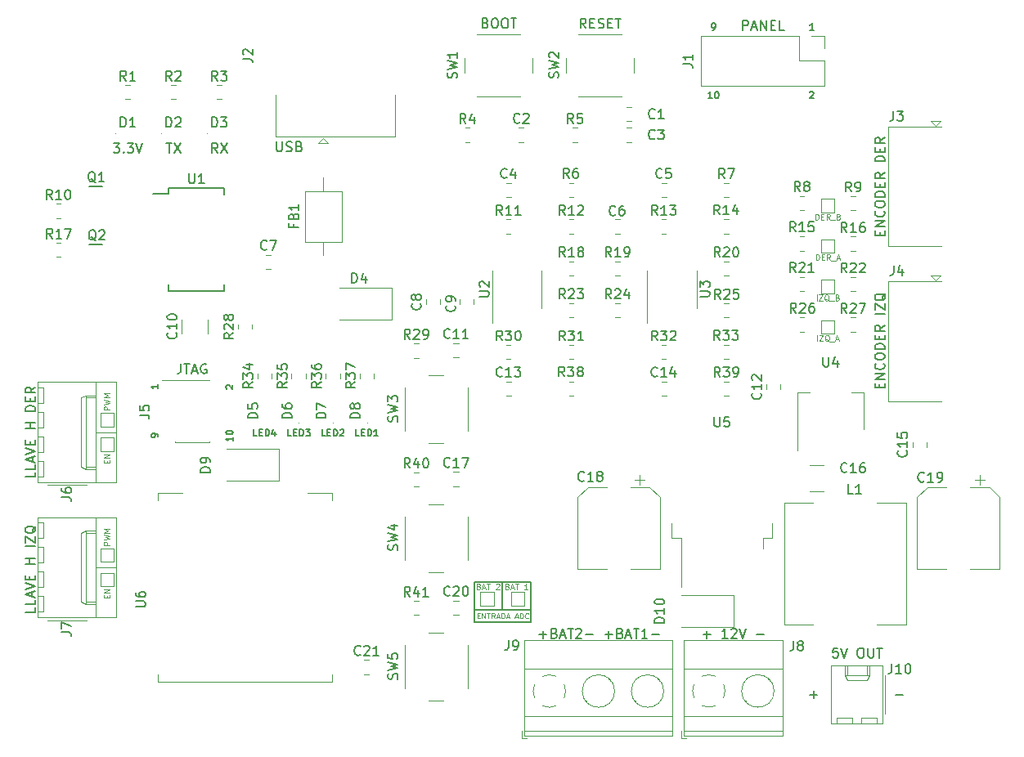
<source format=gbr>
%TF.GenerationSoftware,KiCad,Pcbnew,5.1.12-84ad8e8a86~92~ubuntu20.04.1*%
%TF.CreationDate,2022-06-26T22:57:18-03:00*%
%TF.ProjectId,esp_controller,6573705f-636f-46e7-9472-6f6c6c65722e,rev?*%
%TF.SameCoordinates,Original*%
%TF.FileFunction,Legend,Top*%
%TF.FilePolarity,Positive*%
%FSLAX46Y46*%
G04 Gerber Fmt 4.6, Leading zero omitted, Abs format (unit mm)*
G04 Created by KiCad (PCBNEW 5.1.12-84ad8e8a86~92~ubuntu20.04.1) date 2022-06-26 22:57:18*
%MOMM*%
%LPD*%
G01*
G04 APERTURE LIST*
%ADD10C,0.120000*%
%ADD11C,0.150000*%
%ADD12C,0.100000*%
%ADD13C,0.200000*%
G04 APERTURE END LIST*
D10*
X100139500Y-112364520D02*
X98049080Y-112364520D01*
X98049080Y-101986080D02*
X100139500Y-101986080D01*
X100139500Y-101986080D02*
X100139500Y-112364520D01*
X100136960Y-107175300D02*
X98064320Y-107175300D01*
X100136960Y-93174820D02*
X98064320Y-93174820D01*
X100139500Y-98364040D02*
X98049080Y-98364040D01*
X100139500Y-87985600D02*
X100139500Y-98364040D01*
X98049080Y-87985600D02*
X100139500Y-87985600D01*
D11*
X140129260Y-108747560D02*
X140129260Y-111602520D01*
D12*
X137540297Y-112188074D02*
X137723630Y-112188074D01*
X137802201Y-112476169D02*
X137540297Y-112476169D01*
X137540297Y-111926169D01*
X137802201Y-111926169D01*
X138037916Y-112476169D02*
X138037916Y-111926169D01*
X138352201Y-112476169D01*
X138352201Y-111926169D01*
X138535535Y-111926169D02*
X138849820Y-111926169D01*
X138692678Y-112476169D02*
X138692678Y-111926169D01*
X139347440Y-112476169D02*
X139164106Y-112214264D01*
X139033154Y-112476169D02*
X139033154Y-111926169D01*
X139242678Y-111926169D01*
X139295059Y-111952360D01*
X139321249Y-111978550D01*
X139347440Y-112030931D01*
X139347440Y-112109502D01*
X139321249Y-112161883D01*
X139295059Y-112188074D01*
X139242678Y-112214264D01*
X139033154Y-112214264D01*
X139556963Y-112319026D02*
X139818868Y-112319026D01*
X139504582Y-112476169D02*
X139687916Y-111926169D01*
X139871249Y-112476169D01*
X140054582Y-112476169D02*
X140054582Y-111926169D01*
X140185535Y-111926169D01*
X140264106Y-111952360D01*
X140316487Y-112004740D01*
X140342678Y-112057121D01*
X140368868Y-112161883D01*
X140368868Y-112240455D01*
X140342678Y-112345217D01*
X140316487Y-112397598D01*
X140264106Y-112449979D01*
X140185535Y-112476169D01*
X140054582Y-112476169D01*
X140578392Y-112319026D02*
X140840297Y-112319026D01*
X140526011Y-112476169D02*
X140709344Y-111926169D01*
X140892678Y-112476169D01*
X141468868Y-112319026D02*
X141730773Y-112319026D01*
X141416487Y-112476169D02*
X141599820Y-111926169D01*
X141783154Y-112476169D01*
X141966487Y-112476169D02*
X141966487Y-111926169D01*
X142097440Y-111926169D01*
X142176011Y-111952360D01*
X142228392Y-112004740D01*
X142254582Y-112057121D01*
X142280773Y-112161883D01*
X142280773Y-112240455D01*
X142254582Y-112345217D01*
X142228392Y-112397598D01*
X142176011Y-112449979D01*
X142097440Y-112476169D01*
X141966487Y-112476169D01*
X142830773Y-112423788D02*
X142804582Y-112449979D01*
X142726011Y-112476169D01*
X142673630Y-112476169D01*
X142595059Y-112449979D01*
X142542678Y-112397598D01*
X142516487Y-112345217D01*
X142490297Y-112240455D01*
X142490297Y-112161883D01*
X142516487Y-112057121D01*
X142542678Y-112004740D01*
X142595059Y-111952360D01*
X142673630Y-111926169D01*
X142726011Y-111926169D01*
X142804582Y-111952360D01*
X142830773Y-111978550D01*
D11*
X137248900Y-111602520D02*
X143040100Y-111602520D01*
X143047720Y-112844580D02*
X143047720Y-108717080D01*
X137246360Y-112844580D02*
X143047720Y-112844580D01*
X137246360Y-108717080D02*
X137246360Y-112844580D01*
X137246360Y-108717080D02*
X143047720Y-108717080D01*
X171960476Y-120361428D02*
X172722380Y-120361428D01*
X172341428Y-120742380D02*
X172341428Y-119980476D01*
X180817619Y-120361428D02*
X181579523Y-120361428D01*
X174850000Y-115542380D02*
X174373809Y-115542380D01*
X174326190Y-116018571D01*
X174373809Y-115970952D01*
X174469047Y-115923333D01*
X174707142Y-115923333D01*
X174802380Y-115970952D01*
X174850000Y-116018571D01*
X174897619Y-116113809D01*
X174897619Y-116351904D01*
X174850000Y-116447142D01*
X174802380Y-116494761D01*
X174707142Y-116542380D01*
X174469047Y-116542380D01*
X174373809Y-116494761D01*
X174326190Y-116447142D01*
X175183333Y-115542380D02*
X175516666Y-116542380D01*
X175850000Y-115542380D01*
X177135714Y-115542380D02*
X177326190Y-115542380D01*
X177421428Y-115590000D01*
X177516666Y-115685238D01*
X177564285Y-115875714D01*
X177564285Y-116209047D01*
X177516666Y-116399523D01*
X177421428Y-116494761D01*
X177326190Y-116542380D01*
X177135714Y-116542380D01*
X177040476Y-116494761D01*
X176945238Y-116399523D01*
X176897619Y-116209047D01*
X176897619Y-115875714D01*
X176945238Y-115685238D01*
X177040476Y-115590000D01*
X177135714Y-115542380D01*
X177992857Y-115542380D02*
X177992857Y-116351904D01*
X178040476Y-116447142D01*
X178088095Y-116494761D01*
X178183333Y-116542380D01*
X178373809Y-116542380D01*
X178469047Y-116494761D01*
X178516666Y-116447142D01*
X178564285Y-116351904D01*
X178564285Y-115542380D01*
X178897619Y-115542380D02*
X179469047Y-115542380D01*
X179183333Y-116542380D02*
X179183333Y-115542380D01*
X110666233Y-64261180D02*
X110332900Y-63784990D01*
X110094804Y-64261180D02*
X110094804Y-63261180D01*
X110475757Y-63261180D01*
X110570995Y-63308800D01*
X110618614Y-63356419D01*
X110666233Y-63451657D01*
X110666233Y-63594514D01*
X110618614Y-63689752D01*
X110570995Y-63737371D01*
X110475757Y-63784990D01*
X110094804Y-63784990D01*
X110999566Y-63261180D02*
X111666233Y-64261180D01*
X111666233Y-63261180D02*
X110999566Y-64261180D01*
X105356755Y-63256100D02*
X105928183Y-63256100D01*
X105642469Y-64256100D02*
X105642469Y-63256100D01*
X106166279Y-63256100D02*
X106832945Y-64256100D01*
X106832945Y-63256100D02*
X106166279Y-64256100D01*
X99872349Y-63256100D02*
X100491397Y-63256100D01*
X100158063Y-63637053D01*
X100300920Y-63637053D01*
X100396159Y-63684672D01*
X100443778Y-63732291D01*
X100491397Y-63827529D01*
X100491397Y-64065624D01*
X100443778Y-64160862D01*
X100396159Y-64208481D01*
X100300920Y-64256100D01*
X100015206Y-64256100D01*
X99919968Y-64208481D01*
X99872349Y-64160862D01*
X100919968Y-64160862D02*
X100967587Y-64208481D01*
X100919968Y-64256100D01*
X100872349Y-64208481D01*
X100919968Y-64160862D01*
X100919968Y-64256100D01*
X101300920Y-63256100D02*
X101919968Y-63256100D01*
X101586635Y-63637053D01*
X101729492Y-63637053D01*
X101824730Y-63684672D01*
X101872349Y-63732291D01*
X101919968Y-63827529D01*
X101919968Y-64065624D01*
X101872349Y-64160862D01*
X101824730Y-64208481D01*
X101729492Y-64256100D01*
X101443778Y-64256100D01*
X101348540Y-64208481D01*
X101300920Y-64160862D01*
X102205682Y-63256100D02*
X102539016Y-64256100D01*
X102872349Y-63256100D01*
X125325126Y-93590806D02*
X124991793Y-93590806D01*
X124991793Y-92890806D01*
X125558460Y-93224140D02*
X125791793Y-93224140D01*
X125891793Y-93590806D02*
X125558460Y-93590806D01*
X125558460Y-92890806D01*
X125891793Y-92890806D01*
X126191793Y-93590806D02*
X126191793Y-92890806D01*
X126358460Y-92890806D01*
X126458460Y-92924140D01*
X126525126Y-92990806D01*
X126558460Y-93057473D01*
X126591793Y-93190806D01*
X126591793Y-93290806D01*
X126558460Y-93424140D01*
X126525126Y-93490806D01*
X126458460Y-93557473D01*
X126358460Y-93590806D01*
X126191793Y-93590806D01*
X127258460Y-93590806D02*
X126858460Y-93590806D01*
X127058460Y-93590806D02*
X127058460Y-92890806D01*
X126991793Y-92990806D01*
X126925126Y-93057473D01*
X126858460Y-93090806D01*
X121794526Y-93590806D02*
X121461193Y-93590806D01*
X121461193Y-92890806D01*
X122027860Y-93224140D02*
X122261193Y-93224140D01*
X122361193Y-93590806D02*
X122027860Y-93590806D01*
X122027860Y-92890806D01*
X122361193Y-92890806D01*
X122661193Y-93590806D02*
X122661193Y-92890806D01*
X122827860Y-92890806D01*
X122927860Y-92924140D01*
X122994526Y-92990806D01*
X123027860Y-93057473D01*
X123061193Y-93190806D01*
X123061193Y-93290806D01*
X123027860Y-93424140D01*
X122994526Y-93490806D01*
X122927860Y-93557473D01*
X122827860Y-93590806D01*
X122661193Y-93590806D01*
X123327860Y-92957473D02*
X123361193Y-92924140D01*
X123427860Y-92890806D01*
X123594526Y-92890806D01*
X123661193Y-92924140D01*
X123694526Y-92957473D01*
X123727860Y-93024140D01*
X123727860Y-93090806D01*
X123694526Y-93190806D01*
X123294526Y-93590806D01*
X123727860Y-93590806D01*
X118291866Y-93590806D02*
X117958533Y-93590806D01*
X117958533Y-92890806D01*
X118525200Y-93224140D02*
X118758533Y-93224140D01*
X118858533Y-93590806D02*
X118525200Y-93590806D01*
X118525200Y-92890806D01*
X118858533Y-92890806D01*
X119158533Y-93590806D02*
X119158533Y-92890806D01*
X119325200Y-92890806D01*
X119425200Y-92924140D01*
X119491866Y-92990806D01*
X119525200Y-93057473D01*
X119558533Y-93190806D01*
X119558533Y-93290806D01*
X119525200Y-93424140D01*
X119491866Y-93490806D01*
X119425200Y-93557473D01*
X119325200Y-93590806D01*
X119158533Y-93590806D01*
X119791866Y-92890806D02*
X120225200Y-92890806D01*
X119991866Y-93157473D01*
X120091866Y-93157473D01*
X120158533Y-93190806D01*
X120191866Y-93224140D01*
X120225200Y-93290806D01*
X120225200Y-93457473D01*
X120191866Y-93524140D01*
X120158533Y-93557473D01*
X120091866Y-93590806D01*
X119891866Y-93590806D01*
X119825200Y-93557473D01*
X119791866Y-93524140D01*
X114740946Y-93585726D02*
X114407613Y-93585726D01*
X114407613Y-92885726D01*
X114974280Y-93219060D02*
X115207613Y-93219060D01*
X115307613Y-93585726D02*
X114974280Y-93585726D01*
X114974280Y-92885726D01*
X115307613Y-92885726D01*
X115607613Y-93585726D02*
X115607613Y-92885726D01*
X115774280Y-92885726D01*
X115874280Y-92919060D01*
X115940946Y-92985726D01*
X115974280Y-93052393D01*
X116007613Y-93185726D01*
X116007613Y-93285726D01*
X115974280Y-93419060D01*
X115940946Y-93485726D01*
X115874280Y-93552393D01*
X115774280Y-93585726D01*
X115607613Y-93585726D01*
X116607613Y-93119060D02*
X116607613Y-93585726D01*
X116440946Y-92852393D02*
X116274280Y-93352393D01*
X116707613Y-93352393D01*
X143948923Y-114145368D02*
X144710828Y-114145368D01*
X144329876Y-114526320D02*
X144329876Y-113764416D01*
X145520352Y-114002511D02*
X145663209Y-114050130D01*
X145710828Y-114097749D01*
X145758447Y-114192987D01*
X145758447Y-114335844D01*
X145710828Y-114431082D01*
X145663209Y-114478701D01*
X145567971Y-114526320D01*
X145187019Y-114526320D01*
X145187019Y-113526320D01*
X145520352Y-113526320D01*
X145615590Y-113573940D01*
X145663209Y-113621559D01*
X145710828Y-113716797D01*
X145710828Y-113812035D01*
X145663209Y-113907273D01*
X145615590Y-113954892D01*
X145520352Y-114002511D01*
X145187019Y-114002511D01*
X146139400Y-114240606D02*
X146615590Y-114240606D01*
X146044161Y-114526320D02*
X146377495Y-113526320D01*
X146710828Y-114526320D01*
X146901304Y-113526320D02*
X147472733Y-113526320D01*
X147187019Y-114526320D02*
X147187019Y-113526320D01*
X147758447Y-113621559D02*
X147806066Y-113573940D01*
X147901304Y-113526320D01*
X148139400Y-113526320D01*
X148234638Y-113573940D01*
X148282257Y-113621559D01*
X148329876Y-113716797D01*
X148329876Y-113812035D01*
X148282257Y-113954892D01*
X147710828Y-114526320D01*
X148329876Y-114526320D01*
X148758447Y-114145368D02*
X149520352Y-114145368D01*
X150758447Y-114145368D02*
X151520352Y-114145368D01*
X151139400Y-114526320D02*
X151139400Y-113764416D01*
X152329876Y-114002511D02*
X152472733Y-114050130D01*
X152520352Y-114097749D01*
X152567971Y-114192987D01*
X152567971Y-114335844D01*
X152520352Y-114431082D01*
X152472733Y-114478701D01*
X152377495Y-114526320D01*
X151996542Y-114526320D01*
X151996542Y-113526320D01*
X152329876Y-113526320D01*
X152425114Y-113573940D01*
X152472733Y-113621559D01*
X152520352Y-113716797D01*
X152520352Y-113812035D01*
X152472733Y-113907273D01*
X152425114Y-113954892D01*
X152329876Y-114002511D01*
X151996542Y-114002511D01*
X152948923Y-114240606D02*
X153425114Y-114240606D01*
X152853685Y-114526320D02*
X153187019Y-113526320D01*
X153520352Y-114526320D01*
X153710828Y-113526320D02*
X154282257Y-113526320D01*
X153996542Y-114526320D02*
X153996542Y-113526320D01*
X155139400Y-114526320D02*
X154567971Y-114526320D01*
X154853685Y-114526320D02*
X154853685Y-113526320D01*
X154758447Y-113669178D01*
X154663209Y-113764416D01*
X154567971Y-113812035D01*
X155567971Y-114145368D02*
X156329876Y-114145368D01*
X179191611Y-72804659D02*
X179191611Y-72471325D01*
X179715420Y-72328468D02*
X179715420Y-72804659D01*
X178715420Y-72804659D01*
X178715420Y-72328468D01*
X179715420Y-71899897D02*
X178715420Y-71899897D01*
X179715420Y-71328468D01*
X178715420Y-71328468D01*
X179620182Y-70280849D02*
X179667801Y-70328468D01*
X179715420Y-70471325D01*
X179715420Y-70566563D01*
X179667801Y-70709420D01*
X179572563Y-70804659D01*
X179477325Y-70852278D01*
X179286849Y-70899897D01*
X179143992Y-70899897D01*
X178953516Y-70852278D01*
X178858278Y-70804659D01*
X178763040Y-70709420D01*
X178715420Y-70566563D01*
X178715420Y-70471325D01*
X178763040Y-70328468D01*
X178810659Y-70280849D01*
X178715420Y-69661801D02*
X178715420Y-69471325D01*
X178763040Y-69376087D01*
X178858278Y-69280849D01*
X179048754Y-69233230D01*
X179382087Y-69233230D01*
X179572563Y-69280849D01*
X179667801Y-69376087D01*
X179715420Y-69471325D01*
X179715420Y-69661801D01*
X179667801Y-69757040D01*
X179572563Y-69852278D01*
X179382087Y-69899897D01*
X179048754Y-69899897D01*
X178858278Y-69852278D01*
X178763040Y-69757040D01*
X178715420Y-69661801D01*
X179715420Y-68804659D02*
X178715420Y-68804659D01*
X178715420Y-68566563D01*
X178763040Y-68423706D01*
X178858278Y-68328468D01*
X178953516Y-68280849D01*
X179143992Y-68233230D01*
X179286849Y-68233230D01*
X179477325Y-68280849D01*
X179572563Y-68328468D01*
X179667801Y-68423706D01*
X179715420Y-68566563D01*
X179715420Y-68804659D01*
X179191611Y-67804659D02*
X179191611Y-67471325D01*
X179715420Y-67328468D02*
X179715420Y-67804659D01*
X178715420Y-67804659D01*
X178715420Y-67328468D01*
X179715420Y-66328468D02*
X179239230Y-66661801D01*
X179715420Y-66899897D02*
X178715420Y-66899897D01*
X178715420Y-66518944D01*
X178763040Y-66423706D01*
X178810659Y-66376087D01*
X178905897Y-66328468D01*
X179048754Y-66328468D01*
X179143992Y-66376087D01*
X179191611Y-66423706D01*
X179239230Y-66518944D01*
X179239230Y-66899897D01*
X179715420Y-65137992D02*
X178715420Y-65137992D01*
X178715420Y-64899897D01*
X178763040Y-64757040D01*
X178858278Y-64661801D01*
X178953516Y-64614182D01*
X179143992Y-64566563D01*
X179286849Y-64566563D01*
X179477325Y-64614182D01*
X179572563Y-64661801D01*
X179667801Y-64757040D01*
X179715420Y-64899897D01*
X179715420Y-65137992D01*
X179191611Y-64137992D02*
X179191611Y-63804659D01*
X179715420Y-63661801D02*
X179715420Y-64137992D01*
X178715420Y-64137992D01*
X178715420Y-63661801D01*
X179715420Y-62661801D02*
X179239230Y-62995135D01*
X179715420Y-63233230D02*
X178715420Y-63233230D01*
X178715420Y-62852278D01*
X178763040Y-62757040D01*
X178810659Y-62709420D01*
X178905897Y-62661801D01*
X179048754Y-62661801D01*
X179143992Y-62709420D01*
X179191611Y-62757040D01*
X179239230Y-62852278D01*
X179239230Y-63233230D01*
X179181451Y-88587293D02*
X179181451Y-88253960D01*
X179705260Y-88111102D02*
X179705260Y-88587293D01*
X178705260Y-88587293D01*
X178705260Y-88111102D01*
X179705260Y-87682531D02*
X178705260Y-87682531D01*
X179705260Y-87111102D01*
X178705260Y-87111102D01*
X179610022Y-86063483D02*
X179657641Y-86111102D01*
X179705260Y-86253960D01*
X179705260Y-86349198D01*
X179657641Y-86492055D01*
X179562403Y-86587293D01*
X179467165Y-86634912D01*
X179276689Y-86682531D01*
X179133832Y-86682531D01*
X178943356Y-86634912D01*
X178848118Y-86587293D01*
X178752880Y-86492055D01*
X178705260Y-86349198D01*
X178705260Y-86253960D01*
X178752880Y-86111102D01*
X178800499Y-86063483D01*
X178705260Y-85444436D02*
X178705260Y-85253960D01*
X178752880Y-85158721D01*
X178848118Y-85063483D01*
X179038594Y-85015864D01*
X179371927Y-85015864D01*
X179562403Y-85063483D01*
X179657641Y-85158721D01*
X179705260Y-85253960D01*
X179705260Y-85444436D01*
X179657641Y-85539674D01*
X179562403Y-85634912D01*
X179371927Y-85682531D01*
X179038594Y-85682531D01*
X178848118Y-85634912D01*
X178752880Y-85539674D01*
X178705260Y-85444436D01*
X179705260Y-84587293D02*
X178705260Y-84587293D01*
X178705260Y-84349198D01*
X178752880Y-84206340D01*
X178848118Y-84111102D01*
X178943356Y-84063483D01*
X179133832Y-84015864D01*
X179276689Y-84015864D01*
X179467165Y-84063483D01*
X179562403Y-84111102D01*
X179657641Y-84206340D01*
X179705260Y-84349198D01*
X179705260Y-84587293D01*
X179181451Y-83587293D02*
X179181451Y-83253960D01*
X179705260Y-83111102D02*
X179705260Y-83587293D01*
X178705260Y-83587293D01*
X178705260Y-83111102D01*
X179705260Y-82111102D02*
X179229070Y-82444436D01*
X179705260Y-82682531D02*
X178705260Y-82682531D01*
X178705260Y-82301579D01*
X178752880Y-82206340D01*
X178800499Y-82158721D01*
X178895737Y-82111102D01*
X179038594Y-82111102D01*
X179133832Y-82158721D01*
X179181451Y-82206340D01*
X179229070Y-82301579D01*
X179229070Y-82682531D01*
X179705260Y-80920626D02*
X178705260Y-80920626D01*
X178705260Y-80539674D02*
X178705260Y-79873007D01*
X179705260Y-80539674D01*
X179705260Y-79873007D01*
X179800499Y-78825388D02*
X179752880Y-78920626D01*
X179657641Y-79015864D01*
X179514784Y-79158721D01*
X179467165Y-79253960D01*
X179467165Y-79349198D01*
X179705260Y-79301579D02*
X179657641Y-79396817D01*
X179562403Y-79492055D01*
X179371927Y-79539674D01*
X179038594Y-79539674D01*
X178848118Y-79492055D01*
X178752880Y-79396817D01*
X178705260Y-79301579D01*
X178705260Y-79111102D01*
X178752880Y-79015864D01*
X178848118Y-78920626D01*
X179038594Y-78873007D01*
X179371927Y-78873007D01*
X179562403Y-78920626D01*
X179657641Y-79015864D01*
X179705260Y-79111102D01*
X179705260Y-79301579D01*
X138393657Y-50804771D02*
X138536514Y-50852390D01*
X138584133Y-50900009D01*
X138631752Y-50995247D01*
X138631752Y-51138104D01*
X138584133Y-51233342D01*
X138536514Y-51280961D01*
X138441276Y-51328580D01*
X138060323Y-51328580D01*
X138060323Y-50328580D01*
X138393657Y-50328580D01*
X138488895Y-50376200D01*
X138536514Y-50423819D01*
X138584133Y-50519057D01*
X138584133Y-50614295D01*
X138536514Y-50709533D01*
X138488895Y-50757152D01*
X138393657Y-50804771D01*
X138060323Y-50804771D01*
X139250800Y-50328580D02*
X139441276Y-50328580D01*
X139536514Y-50376200D01*
X139631752Y-50471438D01*
X139679371Y-50661914D01*
X139679371Y-50995247D01*
X139631752Y-51185723D01*
X139536514Y-51280961D01*
X139441276Y-51328580D01*
X139250800Y-51328580D01*
X139155561Y-51280961D01*
X139060323Y-51185723D01*
X139012704Y-50995247D01*
X139012704Y-50661914D01*
X139060323Y-50471438D01*
X139155561Y-50376200D01*
X139250800Y-50328580D01*
X140298419Y-50328580D02*
X140488895Y-50328580D01*
X140584133Y-50376200D01*
X140679371Y-50471438D01*
X140726990Y-50661914D01*
X140726990Y-50995247D01*
X140679371Y-51185723D01*
X140584133Y-51280961D01*
X140488895Y-51328580D01*
X140298419Y-51328580D01*
X140203180Y-51280961D01*
X140107942Y-51185723D01*
X140060323Y-50995247D01*
X140060323Y-50661914D01*
X140107942Y-50471438D01*
X140203180Y-50376200D01*
X140298419Y-50328580D01*
X141012704Y-50328580D02*
X141584133Y-50328580D01*
X141298419Y-51328580D02*
X141298419Y-50328580D01*
X148778459Y-51333660D02*
X148445125Y-50857470D01*
X148207030Y-51333660D02*
X148207030Y-50333660D01*
X148587982Y-50333660D01*
X148683220Y-50381280D01*
X148730840Y-50428899D01*
X148778459Y-50524137D01*
X148778459Y-50666994D01*
X148730840Y-50762232D01*
X148683220Y-50809851D01*
X148587982Y-50857470D01*
X148207030Y-50857470D01*
X149207030Y-50809851D02*
X149540363Y-50809851D01*
X149683220Y-51333660D02*
X149207030Y-51333660D01*
X149207030Y-50333660D01*
X149683220Y-50333660D01*
X150064173Y-51286041D02*
X150207030Y-51333660D01*
X150445125Y-51333660D01*
X150540363Y-51286041D01*
X150587982Y-51238422D01*
X150635601Y-51143184D01*
X150635601Y-51047946D01*
X150587982Y-50952708D01*
X150540363Y-50905089D01*
X150445125Y-50857470D01*
X150254649Y-50809851D01*
X150159411Y-50762232D01*
X150111792Y-50714613D01*
X150064173Y-50619375D01*
X150064173Y-50524137D01*
X150111792Y-50428899D01*
X150159411Y-50381280D01*
X150254649Y-50333660D01*
X150492744Y-50333660D01*
X150635601Y-50381280D01*
X151064173Y-50809851D02*
X151397506Y-50809851D01*
X151540363Y-51333660D02*
X151064173Y-51333660D01*
X151064173Y-50333660D01*
X151540363Y-50333660D01*
X151826078Y-50333660D02*
X152397506Y-50333660D01*
X152111792Y-51333660D02*
X152111792Y-50333660D01*
X171953580Y-57978873D02*
X171986913Y-57945540D01*
X172053580Y-57912206D01*
X172220246Y-57912206D01*
X172286913Y-57945540D01*
X172320246Y-57978873D01*
X172353580Y-58045540D01*
X172353580Y-58112206D01*
X172320246Y-58212206D01*
X171920246Y-58612206D01*
X172353580Y-58612206D01*
X161845006Y-58614746D02*
X161445006Y-58614746D01*
X161645006Y-58614746D02*
X161645006Y-57914746D01*
X161578340Y-58014746D01*
X161511673Y-58081413D01*
X161445006Y-58114746D01*
X162278340Y-57914746D02*
X162345006Y-57914746D01*
X162411673Y-57948080D01*
X162445006Y-57981413D01*
X162478340Y-58048080D01*
X162511673Y-58181413D01*
X162511673Y-58348080D01*
X162478340Y-58481413D01*
X162445006Y-58548080D01*
X162411673Y-58581413D01*
X162345006Y-58614746D01*
X162278340Y-58614746D01*
X162211673Y-58581413D01*
X162178340Y-58548080D01*
X162145006Y-58481413D01*
X162111673Y-58348080D01*
X162111673Y-58181413D01*
X162145006Y-58048080D01*
X162178340Y-57981413D01*
X162211673Y-57948080D01*
X162278340Y-57914746D01*
X161845006Y-51538306D02*
X161978340Y-51538306D01*
X162045006Y-51504973D01*
X162078340Y-51471640D01*
X162145006Y-51371640D01*
X162178340Y-51238306D01*
X162178340Y-50971640D01*
X162145006Y-50904973D01*
X162111673Y-50871640D01*
X162045006Y-50838306D01*
X161911673Y-50838306D01*
X161845006Y-50871640D01*
X161811673Y-50904973D01*
X161778340Y-50971640D01*
X161778340Y-51138306D01*
X161811673Y-51204973D01*
X161845006Y-51238306D01*
X161911673Y-51271640D01*
X162045006Y-51271640D01*
X162111673Y-51238306D01*
X162145006Y-51204973D01*
X162178340Y-51138306D01*
X172384060Y-51538306D02*
X171984060Y-51538306D01*
X172184060Y-51538306D02*
X172184060Y-50838306D01*
X172117393Y-50938306D01*
X172050726Y-51004973D01*
X171984060Y-51038306D01*
X165025011Y-51547020D02*
X165025011Y-50547020D01*
X165405963Y-50547020D01*
X165501201Y-50594640D01*
X165548820Y-50642259D01*
X165596440Y-50737497D01*
X165596440Y-50880354D01*
X165548820Y-50975592D01*
X165501201Y-51023211D01*
X165405963Y-51070830D01*
X165025011Y-51070830D01*
X165977392Y-51261306D02*
X166453582Y-51261306D01*
X165882154Y-51547020D02*
X166215487Y-50547020D01*
X166548820Y-51547020D01*
X166882154Y-51547020D02*
X166882154Y-50547020D01*
X167453582Y-51547020D01*
X167453582Y-50547020D01*
X167929773Y-51023211D02*
X168263106Y-51023211D01*
X168405963Y-51547020D02*
X167929773Y-51547020D01*
X167929773Y-50547020D01*
X168405963Y-50547020D01*
X169310725Y-51547020D02*
X168834535Y-51547020D01*
X168834535Y-50547020D01*
X112221446Y-93681533D02*
X112221446Y-94081533D01*
X112221446Y-93881533D02*
X111521446Y-93881533D01*
X111621446Y-93948200D01*
X111688113Y-94014866D01*
X111721446Y-94081533D01*
X111521446Y-93248200D02*
X111521446Y-93181533D01*
X111554780Y-93114866D01*
X111588113Y-93081533D01*
X111654780Y-93048200D01*
X111788113Y-93014866D01*
X111954780Y-93014866D01*
X112088113Y-93048200D01*
X112154780Y-93081533D01*
X112188113Y-93114866D01*
X112221446Y-93181533D01*
X112221446Y-93248200D01*
X112188113Y-93314866D01*
X112154780Y-93348200D01*
X112088113Y-93381533D01*
X111954780Y-93414866D01*
X111788113Y-93414866D01*
X111654780Y-93381533D01*
X111588113Y-93348200D01*
X111554780Y-93314866D01*
X111521446Y-93248200D01*
X111583033Y-88685980D02*
X111549700Y-88652646D01*
X111516366Y-88585980D01*
X111516366Y-88419313D01*
X111549700Y-88352646D01*
X111583033Y-88319313D01*
X111649700Y-88285980D01*
X111716366Y-88285980D01*
X111816366Y-88319313D01*
X112216366Y-88719313D01*
X112216366Y-88285980D01*
X104469366Y-93651053D02*
X104469366Y-93517720D01*
X104436033Y-93451053D01*
X104402700Y-93417720D01*
X104302700Y-93351053D01*
X104169366Y-93317720D01*
X103902700Y-93317720D01*
X103836033Y-93351053D01*
X103802700Y-93384386D01*
X103769366Y-93451053D01*
X103769366Y-93584386D01*
X103802700Y-93651053D01*
X103836033Y-93684386D01*
X103902700Y-93717720D01*
X104069366Y-93717720D01*
X104136033Y-93684386D01*
X104169366Y-93651053D01*
X104202700Y-93584386D01*
X104202700Y-93451053D01*
X104169366Y-93384386D01*
X104136033Y-93351053D01*
X104069366Y-93317720D01*
X104464286Y-88255500D02*
X104464286Y-88655500D01*
X104464286Y-88455500D02*
X103764286Y-88455500D01*
X103864286Y-88522166D01*
X103930953Y-88588833D01*
X103964286Y-88655500D01*
X106846833Y-86122260D02*
X106846833Y-86836546D01*
X106799214Y-86979403D01*
X106703976Y-87074641D01*
X106561119Y-87122260D01*
X106465880Y-87122260D01*
X107180166Y-86122260D02*
X107751595Y-86122260D01*
X107465880Y-87122260D02*
X107465880Y-86122260D01*
X108037309Y-86836546D02*
X108513500Y-86836546D01*
X107942071Y-87122260D02*
X108275404Y-86122260D01*
X108608738Y-87122260D01*
X109465880Y-86169880D02*
X109370642Y-86122260D01*
X109227785Y-86122260D01*
X109084928Y-86169880D01*
X108989690Y-86265118D01*
X108942071Y-86360356D01*
X108894452Y-86550832D01*
X108894452Y-86693689D01*
X108942071Y-86884165D01*
X108989690Y-86979403D01*
X109084928Y-87074641D01*
X109227785Y-87122260D01*
X109323023Y-87122260D01*
X109465880Y-87074641D01*
X109513500Y-87027022D01*
X109513500Y-86693689D01*
X109323023Y-86693689D01*
X116771895Y-63104780D02*
X116771895Y-63914304D01*
X116819514Y-64009542D01*
X116867133Y-64057161D01*
X116962371Y-64104780D01*
X117152847Y-64104780D01*
X117248085Y-64057161D01*
X117295704Y-64009542D01*
X117343323Y-63914304D01*
X117343323Y-63104780D01*
X117771895Y-64057161D02*
X117914752Y-64104780D01*
X118152847Y-64104780D01*
X118248085Y-64057161D01*
X118295704Y-64009542D01*
X118343323Y-63914304D01*
X118343323Y-63819066D01*
X118295704Y-63723828D01*
X118248085Y-63676209D01*
X118152847Y-63628590D01*
X117962371Y-63580971D01*
X117867133Y-63533352D01*
X117819514Y-63485733D01*
X117771895Y-63390495D01*
X117771895Y-63295257D01*
X117819514Y-63200019D01*
X117867133Y-63152400D01*
X117962371Y-63104780D01*
X118200466Y-63104780D01*
X118343323Y-63152400D01*
X119105228Y-63580971D02*
X119248085Y-63628590D01*
X119295704Y-63676209D01*
X119343323Y-63771447D01*
X119343323Y-63914304D01*
X119295704Y-64009542D01*
X119248085Y-64057161D01*
X119152847Y-64104780D01*
X118771895Y-64104780D01*
X118771895Y-63104780D01*
X119105228Y-63104780D01*
X119200466Y-63152400D01*
X119248085Y-63200019D01*
X119295704Y-63295257D01*
X119295704Y-63390495D01*
X119248085Y-63485733D01*
X119200466Y-63533352D01*
X119105228Y-63580971D01*
X118771895Y-63580971D01*
X91729820Y-111345171D02*
X91729820Y-111821361D01*
X90729820Y-111821361D01*
X91729820Y-110535647D02*
X91729820Y-111011838D01*
X90729820Y-111011838D01*
X91444106Y-110249933D02*
X91444106Y-109773742D01*
X91729820Y-110345171D02*
X90729820Y-110011838D01*
X91729820Y-109678504D01*
X90729820Y-109488028D02*
X91729820Y-109154695D01*
X90729820Y-108821361D01*
X91206011Y-108488028D02*
X91206011Y-108154695D01*
X91729820Y-108011838D02*
X91729820Y-108488028D01*
X90729820Y-108488028D01*
X90729820Y-108011838D01*
X91729820Y-106821361D02*
X90729820Y-106821361D01*
X91206011Y-106821361D02*
X91206011Y-106249933D01*
X91729820Y-106249933D02*
X90729820Y-106249933D01*
X91729820Y-105011838D02*
X90729820Y-105011838D01*
X90729820Y-104630885D02*
X90729820Y-103964219D01*
X91729820Y-104630885D01*
X91729820Y-103964219D01*
X91825059Y-102916600D02*
X91777440Y-103011838D01*
X91682201Y-103107076D01*
X91539344Y-103249933D01*
X91491725Y-103345171D01*
X91491725Y-103440409D01*
X91729820Y-103392790D02*
X91682201Y-103488028D01*
X91586963Y-103583266D01*
X91396487Y-103630885D01*
X91063154Y-103630885D01*
X90872678Y-103583266D01*
X90777440Y-103488028D01*
X90729820Y-103392790D01*
X90729820Y-103202314D01*
X90777440Y-103107076D01*
X90872678Y-103011838D01*
X91063154Y-102964219D01*
X91396487Y-102964219D01*
X91586963Y-103011838D01*
X91682201Y-103107076D01*
X91729820Y-103202314D01*
X91729820Y-103392790D01*
X91783160Y-97330377D02*
X91783160Y-97806567D01*
X90783160Y-97806567D01*
X91783160Y-96520853D02*
X91783160Y-96997043D01*
X90783160Y-96997043D01*
X91497446Y-96235139D02*
X91497446Y-95758948D01*
X91783160Y-96330377D02*
X90783160Y-95997043D01*
X91783160Y-95663710D01*
X90783160Y-95473234D02*
X91783160Y-95139900D01*
X90783160Y-94806567D01*
X91259351Y-94473234D02*
X91259351Y-94139900D01*
X91783160Y-93997043D02*
X91783160Y-94473234D01*
X90783160Y-94473234D01*
X90783160Y-93997043D01*
X91783160Y-92806567D02*
X90783160Y-92806567D01*
X91259351Y-92806567D02*
X91259351Y-92235139D01*
X91783160Y-92235139D02*
X90783160Y-92235139D01*
X91783160Y-90997043D02*
X90783160Y-90997043D01*
X90783160Y-90758948D01*
X90830780Y-90616091D01*
X90926018Y-90520853D01*
X91021256Y-90473234D01*
X91211732Y-90425615D01*
X91354589Y-90425615D01*
X91545065Y-90473234D01*
X91640303Y-90520853D01*
X91735541Y-90616091D01*
X91783160Y-90758948D01*
X91783160Y-90997043D01*
X91259351Y-89997043D02*
X91259351Y-89663710D01*
X91783160Y-89520853D02*
X91783160Y-89997043D01*
X90783160Y-89997043D01*
X90783160Y-89520853D01*
X91783160Y-88520853D02*
X91306970Y-88854186D01*
X91783160Y-89092281D02*
X90783160Y-89092281D01*
X90783160Y-88711329D01*
X90830780Y-88616091D01*
X90878399Y-88568472D01*
X90973637Y-88520853D01*
X91116494Y-88520853D01*
X91211732Y-88568472D01*
X91259351Y-88616091D01*
X91306970Y-88711329D01*
X91306970Y-89092281D01*
X160925902Y-114137748D02*
X161687807Y-114137748D01*
X161306855Y-114518700D02*
X161306855Y-113756796D01*
X163449712Y-114518700D02*
X162878283Y-114518700D01*
X163163998Y-114518700D02*
X163163998Y-113518700D01*
X163068760Y-113661558D01*
X162973521Y-113756796D01*
X162878283Y-113804415D01*
X163830664Y-113613939D02*
X163878283Y-113566320D01*
X163973521Y-113518700D01*
X164211617Y-113518700D01*
X164306855Y-113566320D01*
X164354474Y-113613939D01*
X164402093Y-113709177D01*
X164402093Y-113804415D01*
X164354474Y-113947272D01*
X163783045Y-114518700D01*
X164402093Y-114518700D01*
X164687807Y-113518700D02*
X165021140Y-114518700D01*
X165354474Y-113518700D01*
X166449712Y-114137748D02*
X167211617Y-114137748D01*
D10*
%TO.C,D10*%
X164070000Y-113370000D02*
X164070000Y-110070000D01*
X164070000Y-110070000D02*
X158670000Y-110070000D01*
X164070000Y-113370000D02*
X158670000Y-113370000D01*
%TO.C,D4*%
X128700300Y-81507600D02*
X123300300Y-81507600D01*
X128700300Y-78207600D02*
X123300300Y-78207600D01*
X128700300Y-81507600D02*
X128700300Y-78207600D01*
%TO.C,C16*%
X173347432Y-96567160D02*
X171924928Y-96567160D01*
X173347432Y-99287160D02*
X171924928Y-99287160D01*
%TO.C,C10*%
X109640200Y-82951372D02*
X109640200Y-81528868D01*
X106920200Y-82951372D02*
X106920200Y-81528868D01*
D13*
%TO.C,Q1*%
X97374840Y-67730800D02*
X98724840Y-67730800D01*
%TO.C,Q2*%
X97374840Y-73745520D02*
X98724840Y-73745520D01*
D10*
%TO.C,D9*%
X117000000Y-98250000D02*
X117000000Y-94950000D01*
X117000000Y-94950000D02*
X111600000Y-94950000D01*
X117000000Y-98250000D02*
X111600000Y-98250000D01*
D12*
%TO.C,D3*%
X109592500Y-62293500D02*
G75*
G03*
X109592500Y-62293500I-50000J0D01*
G01*
%TO.C,D2*%
X104859250Y-62293500D02*
G75*
G03*
X104859250Y-62293500I-50000J0D01*
G01*
%TO.C,D1*%
X100126000Y-62293500D02*
G75*
G03*
X100126000Y-62293500I-50000J0D01*
G01*
%TO.C,D5*%
X115556500Y-92248000D02*
G75*
G03*
X115556500Y-92248000I-50000J0D01*
G01*
%TO.C,D6*%
X119091333Y-92248000D02*
G75*
G03*
X119091333Y-92248000I-50000J0D01*
G01*
%TO.C,D7*%
X122626166Y-92248000D02*
G75*
G03*
X122626166Y-92248000I-50000J0D01*
G01*
%TO.C,D8*%
X126161000Y-92248000D02*
G75*
G03*
X126161000Y-92248000I-50000J0D01*
G01*
D10*
%TO.C,R19*%
X151817936Y-75483333D02*
X152272064Y-75483333D01*
X151817936Y-76953333D02*
X152272064Y-76953333D01*
%TO.C,R24*%
X151817936Y-79814166D02*
X152272064Y-79814166D01*
X151817936Y-81284166D02*
X152272064Y-81284166D01*
%TO.C,TP7*%
X98522560Y-105205000D02*
X99922560Y-105205000D01*
X98522560Y-106605000D02*
X98522560Y-105205000D01*
X99922560Y-106605000D02*
X98522560Y-106605000D01*
X99922560Y-105205000D02*
X99922560Y-106605000D01*
%TO.C,TP5*%
X98522560Y-91205000D02*
X99922560Y-91205000D01*
X98522560Y-92605000D02*
X98522560Y-91205000D01*
X99922560Y-92605000D02*
X98522560Y-92605000D01*
X99922560Y-91205000D02*
X99922560Y-92605000D01*
%TO.C,TP8*%
X98522560Y-107745000D02*
X99922560Y-107745000D01*
X98522560Y-109145000D02*
X98522560Y-107745000D01*
X99922560Y-109145000D02*
X98522560Y-109145000D01*
X99922560Y-107745000D02*
X99922560Y-109145000D01*
%TO.C,TP6*%
X98522560Y-93745000D02*
X99922560Y-93745000D01*
X98522560Y-95145000D02*
X98522560Y-93745000D01*
X99922560Y-95145000D02*
X98522560Y-95145000D01*
X99922560Y-93745000D02*
X99922560Y-95145000D01*
%TO.C,TP10*%
X141011680Y-111162060D02*
X141011680Y-109762060D01*
X142411680Y-111162060D02*
X141011680Y-111162060D01*
X142411680Y-109762060D02*
X142411680Y-111162060D01*
X141011680Y-109762060D02*
X142411680Y-109762060D01*
%TO.C,TP3*%
X173102040Y-78795686D02*
X173102040Y-77395686D01*
X174502040Y-78795686D02*
X173102040Y-78795686D01*
X174502040Y-77395686D02*
X174502040Y-78795686D01*
X173102040Y-77395686D02*
X174502040Y-77395686D01*
%TO.C,TP4*%
X173102040Y-82985840D02*
X173102040Y-81585840D01*
X174502040Y-82985840D02*
X173102040Y-82985840D01*
X174502040Y-81585840D02*
X174502040Y-82985840D01*
X173102040Y-81585840D02*
X174502040Y-81585840D01*
%TO.C,TP9*%
X137839220Y-111162060D02*
X137839220Y-109762060D01*
X139239220Y-111162060D02*
X137839220Y-111162060D01*
X139239220Y-109762060D02*
X139239220Y-111162060D01*
X137839220Y-109762060D02*
X139239220Y-109762060D01*
%TO.C,TP1*%
X173102040Y-70415380D02*
X173102040Y-69015380D01*
X174502040Y-70415380D02*
X173102040Y-70415380D01*
X174502040Y-69015380D02*
X174502040Y-70415380D01*
X173102040Y-69015380D02*
X174502040Y-69015380D01*
%TO.C,TP2*%
X173102040Y-74605533D02*
X173102040Y-73205533D01*
X174502040Y-74605533D02*
X173102040Y-74605533D01*
X174502040Y-73205533D02*
X174502040Y-74605533D01*
X173102040Y-73205533D02*
X174502040Y-73205533D01*
%TO.C,C9*%
X137188700Y-79438748D02*
X137188700Y-79961252D01*
X135718700Y-79438748D02*
X135718700Y-79961252D01*
%TO.C,C6*%
X152306252Y-72622500D02*
X151783748Y-72622500D01*
X152306252Y-71152500D02*
X151783748Y-71152500D01*
%TO.C,U6*%
X122500000Y-119060000D02*
X122500000Y-118250000D01*
X104500000Y-119060000D02*
X104500000Y-118250000D01*
X122500000Y-99500000D02*
X121750000Y-99500000D01*
X122500000Y-100250000D02*
X122500000Y-99500000D01*
X104500000Y-99500000D02*
X105250000Y-99500000D01*
X104500000Y-100250000D02*
X104500000Y-99500000D01*
X104500000Y-119060000D02*
X122500000Y-119060000D01*
X121750000Y-99500000D02*
X120000000Y-99500000D01*
X105250000Y-99500000D02*
X107000000Y-99500000D01*
%TO.C,J10*%
X179490000Y-123370000D02*
X179490000Y-117350000D01*
X179490000Y-117350000D02*
X174190000Y-117350000D01*
X174190000Y-117350000D02*
X174190000Y-123370000D01*
X174190000Y-123370000D02*
X179490000Y-123370000D01*
X179780000Y-122340000D02*
X179780000Y-118340000D01*
X178110000Y-117350000D02*
X178110000Y-118350000D01*
X178110000Y-118350000D02*
X175570000Y-118350000D01*
X175570000Y-118350000D02*
X175570000Y-117350000D01*
X178110000Y-118350000D02*
X177860000Y-118880000D01*
X177860000Y-118880000D02*
X175820000Y-118880000D01*
X175820000Y-118880000D02*
X175570000Y-118350000D01*
X177860000Y-117350000D02*
X177860000Y-118350000D01*
X175820000Y-117350000D02*
X175820000Y-118350000D01*
X178910000Y-123370000D02*
X178910000Y-122770000D01*
X178910000Y-122770000D02*
X177310000Y-122770000D01*
X177310000Y-122770000D02*
X177310000Y-123370000D01*
X176370000Y-123370000D02*
X176370000Y-122770000D01*
X176370000Y-122770000D02*
X174770000Y-122770000D01*
X174770000Y-122770000D02*
X174770000Y-123370000D01*
%TO.C,J8*%
X168260000Y-119990000D02*
G75*
G03*
X168260000Y-119990000I-1680000J0D01*
G01*
X158900000Y-124090000D02*
X169180000Y-124090000D01*
X158900000Y-122590000D02*
X169180000Y-122590000D01*
X158900000Y-117689000D02*
X169180000Y-117689000D01*
X158900000Y-114729000D02*
X169180000Y-114729000D01*
X158900000Y-124650000D02*
X169180000Y-124650000D01*
X158900000Y-114729000D02*
X158900000Y-124650000D01*
X169180000Y-114729000D02*
X169180000Y-124650000D01*
X167855000Y-118921000D02*
X167808000Y-118967000D01*
X165546000Y-121229000D02*
X165511000Y-121264000D01*
X167650000Y-118715000D02*
X167615000Y-118751000D01*
X165353000Y-121013000D02*
X165306000Y-121059000D01*
X158660000Y-124150000D02*
X158660000Y-124890000D01*
X158660000Y-124890000D02*
X159160000Y-124890000D01*
X161528805Y-121670253D02*
G75*
G02*
X160816000Y-121525000I-28805J1680253D01*
G01*
X159964574Y-120673042D02*
G75*
G02*
X159965000Y-119306000I1535426J683042D01*
G01*
X160816958Y-118454574D02*
G75*
G02*
X162184000Y-118455000I683042J-1535426D01*
G01*
X163035426Y-119306958D02*
G75*
G02*
X163035000Y-120674000I-1535426J-683042D01*
G01*
X162183318Y-121524756D02*
G75*
G02*
X161500000Y-121670000I-683318J1534756D01*
G01*
%TO.C,J2*%
X116664800Y-58289200D02*
X116664800Y-62549200D01*
X116664800Y-62549200D02*
X128984800Y-62549200D01*
X128984800Y-62549200D02*
X128984800Y-58289200D01*
X121574800Y-62769200D02*
X121074800Y-63269200D01*
X121074800Y-63269200D02*
X122074800Y-63269200D01*
X122074800Y-63269200D02*
X121574800Y-62769200D01*
%TO.C,J4*%
X180100000Y-89960000D02*
X180100000Y-77560000D01*
X180100000Y-77560000D02*
X185570000Y-77560000D01*
X185570000Y-89960000D02*
X180100000Y-89960000D01*
X185500000Y-76950000D02*
X185000000Y-77450000D01*
X185000000Y-77450000D02*
X184500000Y-76950000D01*
X184500000Y-76950000D02*
X185500000Y-76950000D01*
%TO.C,J3*%
X180100000Y-73940000D02*
X180100000Y-61540000D01*
X180100000Y-61540000D02*
X185570000Y-61540000D01*
X185570000Y-73940000D02*
X180100000Y-73940000D01*
X185500000Y-60930000D02*
X185000000Y-61430000D01*
X185000000Y-61430000D02*
X184500000Y-60930000D01*
X184500000Y-60930000D02*
X185500000Y-60930000D01*
%TO.C,U2*%
X144180000Y-78380000D02*
X144180000Y-76430000D01*
X144180000Y-78380000D02*
X144180000Y-80330000D01*
X139060000Y-78380000D02*
X139060000Y-76430000D01*
X139060000Y-78380000D02*
X139060000Y-81830000D01*
%TO.C,U3*%
X160242500Y-78380000D02*
X160242500Y-76430000D01*
X160242500Y-78380000D02*
X160242500Y-80330000D01*
X155122500Y-78380000D02*
X155122500Y-76430000D01*
X155122500Y-78380000D02*
X155122500Y-81830000D01*
%TO.C,U5*%
X157680000Y-102600000D02*
X157680000Y-104100000D01*
X157680000Y-104100000D02*
X158630000Y-104100000D01*
X158630000Y-104100000D02*
X158630000Y-109225000D01*
X168080000Y-102600000D02*
X168080000Y-104100000D01*
X168080000Y-104100000D02*
X167130000Y-104100000D01*
X167130000Y-104100000D02*
X167130000Y-105200000D01*
%TO.C,R11*%
X140542936Y-71152500D02*
X140997064Y-71152500D01*
X140542936Y-72622500D02*
X140997064Y-72622500D01*
%TO.C,R30*%
X140542936Y-84145000D02*
X140997064Y-84145000D01*
X140542936Y-85615000D02*
X140997064Y-85615000D01*
%TO.C,R6*%
X147484564Y-68835000D02*
X147030436Y-68835000D01*
X147484564Y-67365000D02*
X147030436Y-67365000D01*
%TO.C,R38*%
X147484564Y-89395000D02*
X147030436Y-89395000D01*
X147484564Y-87925000D02*
X147030436Y-87925000D01*
%TO.C,R18*%
X147030436Y-75483333D02*
X147484564Y-75483333D01*
X147030436Y-76953333D02*
X147484564Y-76953333D01*
%TO.C,R12*%
X147030436Y-71152500D02*
X147484564Y-71152500D01*
X147030436Y-72622500D02*
X147484564Y-72622500D01*
%TO.C,R23*%
X147030436Y-79814166D02*
X147484564Y-79814166D01*
X147030436Y-81284166D02*
X147484564Y-81284166D01*
%TO.C,R31*%
X147030436Y-84145000D02*
X147484564Y-84145000D01*
X147030436Y-85615000D02*
X147484564Y-85615000D01*
%TO.C,R13*%
X156605436Y-71152500D02*
X157059564Y-71152500D01*
X156605436Y-72622500D02*
X157059564Y-72622500D01*
%TO.C,R32*%
X156605436Y-84145000D02*
X157059564Y-84145000D01*
X156605436Y-85615000D02*
X157059564Y-85615000D01*
%TO.C,R14*%
X163547064Y-72622500D02*
X163092936Y-72622500D01*
X163547064Y-71152500D02*
X163092936Y-71152500D01*
%TO.C,R33*%
X163547064Y-85615000D02*
X163092936Y-85615000D01*
X163547064Y-84145000D02*
X163092936Y-84145000D01*
%TO.C,R7*%
X163092936Y-67365000D02*
X163547064Y-67365000D01*
X163092936Y-68835000D02*
X163547064Y-68835000D01*
%TO.C,R20*%
X163092936Y-75483333D02*
X163547064Y-75483333D01*
X163092936Y-76953333D02*
X163547064Y-76953333D01*
%TO.C,R25*%
X163092936Y-79814166D02*
X163547064Y-79814166D01*
X163092936Y-81284166D02*
X163547064Y-81284166D01*
%TO.C,R39*%
X163092936Y-87925000D02*
X163547064Y-87925000D01*
X163092936Y-89395000D02*
X163547064Y-89395000D01*
%TO.C,R26*%
X171398164Y-82773400D02*
X170944036Y-82773400D01*
X171398164Y-81303400D02*
X170944036Y-81303400D01*
%TO.C,R15*%
X171398164Y-74395133D02*
X170944036Y-74395133D01*
X171398164Y-72925133D02*
X170944036Y-72925133D01*
%TO.C,R21*%
X171398164Y-78584266D02*
X170944036Y-78584266D01*
X171398164Y-77114266D02*
X170944036Y-77114266D01*
%TO.C,R8*%
X171398164Y-70206000D02*
X170944036Y-70206000D01*
X171398164Y-68736000D02*
X170944036Y-68736000D01*
%TO.C,R22*%
X176205636Y-77114266D02*
X176659764Y-77114266D01*
X176205636Y-78584266D02*
X176659764Y-78584266D01*
%TO.C,R27*%
X176205636Y-81303400D02*
X176659764Y-81303400D01*
X176205636Y-82773400D02*
X176659764Y-82773400D01*
%TO.C,R9*%
X176205636Y-68736000D02*
X176659764Y-68736000D01*
X176205636Y-70206000D02*
X176659764Y-70206000D01*
%TO.C,R16*%
X176205636Y-72925133D02*
X176659764Y-72925133D01*
X176205636Y-74395133D02*
X176659764Y-74395133D01*
%TO.C,R29*%
X130987336Y-83999400D02*
X131441464Y-83999400D01*
X130987336Y-85469400D02*
X131441464Y-85469400D01*
%TO.C,R40*%
X130987336Y-97333920D02*
X131441464Y-97333920D01*
X130987336Y-98803920D02*
X131441464Y-98803920D01*
%TO.C,R41*%
X130987336Y-110668440D02*
X131441464Y-110668440D01*
X130987336Y-112138440D02*
X131441464Y-112138440D01*
%TO.C,R28*%
X114224800Y-82041636D02*
X114224800Y-82495764D01*
X112754800Y-82041636D02*
X112754800Y-82495764D01*
%TO.C,R10*%
X94384864Y-71008680D02*
X93930736Y-71008680D01*
X94384864Y-69538680D02*
X93930736Y-69538680D01*
%TO.C,R17*%
X94384864Y-75007280D02*
X93930736Y-75007280D01*
X94384864Y-73537280D02*
X93930736Y-73537280D01*
%TO.C,R5*%
X147423212Y-61665000D02*
X147877340Y-61665000D01*
X147423212Y-63135000D02*
X147877340Y-63135000D01*
%TO.C,R4*%
X136285436Y-61665000D02*
X136739564Y-61665000D01*
X136285436Y-63135000D02*
X136739564Y-63135000D01*
%TO.C,R3*%
X110580436Y-57240500D02*
X111034564Y-57240500D01*
X110580436Y-58710500D02*
X111034564Y-58710500D01*
%TO.C,R2*%
X105847186Y-57240500D02*
X106301314Y-57240500D01*
X105847186Y-58710500D02*
X106301314Y-58710500D01*
%TO.C,R1*%
X101113936Y-57240500D02*
X101568064Y-57240500D01*
X101113936Y-58710500D02*
X101568064Y-58710500D01*
%TO.C,R34*%
X114771500Y-87591564D02*
X114771500Y-87137436D01*
X116241500Y-87591564D02*
X116241500Y-87137436D01*
%TO.C,R35*%
X118306333Y-87591564D02*
X118306333Y-87137436D01*
X119776333Y-87591564D02*
X119776333Y-87137436D01*
%TO.C,R36*%
X121841166Y-87591564D02*
X121841166Y-87137436D01*
X123311166Y-87591564D02*
X123311166Y-87137436D01*
%TO.C,R37*%
X125376000Y-87591564D02*
X125376000Y-87137436D01*
X126846000Y-87591564D02*
X126846000Y-87137436D01*
%TO.C,L1*%
X178910000Y-100470000D02*
X181910000Y-100470000D01*
X181910000Y-100470000D02*
X181910000Y-113070000D01*
X181910000Y-113070000D02*
X178910000Y-113070000D01*
X172310000Y-113070000D02*
X169310000Y-113070000D01*
X169310000Y-113070000D02*
X169310000Y-100470000D01*
X169310000Y-100470000D02*
X172310000Y-100470000D01*
%TO.C,C4*%
X141061252Y-68835000D02*
X140538748Y-68835000D01*
X141061252Y-67365000D02*
X140538748Y-67365000D01*
%TO.C,C13*%
X141061252Y-89395000D02*
X140538748Y-89395000D01*
X141061252Y-87925000D02*
X140538748Y-87925000D01*
%TO.C,C5*%
X157123752Y-68835000D02*
X156601248Y-68835000D01*
X157123752Y-67365000D02*
X156601248Y-67365000D01*
%TO.C,C14*%
X157123752Y-89395000D02*
X156601248Y-89395000D01*
X157123752Y-87925000D02*
X156601248Y-87925000D01*
%TO.C,C19*%
X183080000Y-107380000D02*
X186130000Y-107380000D01*
X191600000Y-107380000D02*
X188550000Y-107380000D01*
X191600000Y-99924437D02*
X191600000Y-107380000D01*
X183080000Y-99924437D02*
X183080000Y-107380000D01*
X184144437Y-98860000D02*
X186130000Y-98860000D01*
X190535563Y-98860000D02*
X188550000Y-98860000D01*
X190535563Y-98860000D02*
X191600000Y-99924437D01*
X184144437Y-98860000D02*
X183080000Y-99924437D01*
X189550000Y-97620000D02*
X189550000Y-98620000D01*
X190050000Y-98120000D02*
X189050000Y-98120000D01*
%TO.C,C18*%
X147900000Y-107380000D02*
X150950000Y-107380000D01*
X156420000Y-107380000D02*
X153370000Y-107380000D01*
X156420000Y-99924437D02*
X156420000Y-107380000D01*
X147900000Y-99924437D02*
X147900000Y-107380000D01*
X148964437Y-98860000D02*
X150950000Y-98860000D01*
X155355563Y-98860000D02*
X153370000Y-98860000D01*
X155355563Y-98860000D02*
X156420000Y-99924437D01*
X148964437Y-98860000D02*
X147900000Y-99924437D01*
X154370000Y-97620000D02*
X154370000Y-98620000D01*
X154870000Y-98120000D02*
X153870000Y-98120000D01*
%TO.C,C7*%
X115649148Y-74804600D02*
X116171652Y-74804600D01*
X115649148Y-76274600D02*
X116171652Y-76274600D01*
%TO.C,C15*%
X184055000Y-94206248D02*
X184055000Y-94728752D01*
X182585000Y-94206248D02*
X182585000Y-94728752D01*
%TO.C,C8*%
X132215000Y-79961252D02*
X132215000Y-79438748D01*
X133685000Y-79961252D02*
X133685000Y-79438748D01*
%TO.C,C1*%
X152958748Y-59515000D02*
X153481252Y-59515000D01*
X152958748Y-60985000D02*
X153481252Y-60985000D01*
%TO.C,C2*%
X141820136Y-61665000D02*
X142342640Y-61665000D01*
X141820136Y-63135000D02*
X142342640Y-63135000D01*
%TO.C,C3*%
X152957914Y-61665000D02*
X153480418Y-61665000D01*
X152957914Y-63135000D02*
X153480418Y-63135000D01*
%TO.C,C11*%
X135069948Y-83974000D02*
X135592452Y-83974000D01*
X135069948Y-85444000D02*
X135592452Y-85444000D01*
%TO.C,C17*%
X135069948Y-97309000D02*
X135592452Y-97309000D01*
X135069948Y-98779000D02*
X135592452Y-98779000D01*
%TO.C,C20*%
X135069948Y-110644000D02*
X135592452Y-110644000D01*
X135069948Y-112114000D02*
X135592452Y-112114000D01*
%TO.C,C21*%
X126321452Y-118250640D02*
X125798948Y-118250640D01*
X126321452Y-116780640D02*
X125798948Y-116780640D01*
%TO.C,C12*%
X168905000Y-88238748D02*
X168905000Y-88761252D01*
X167435000Y-88238748D02*
X167435000Y-88761252D01*
%TO.C,U4*%
X177500000Y-89090000D02*
X176240000Y-89090000D01*
X170680000Y-89090000D02*
X171940000Y-89090000D01*
X177500000Y-92850000D02*
X177500000Y-89090000D01*
X170680000Y-95100000D02*
X170680000Y-89090000D01*
%TO.C,J9*%
X151760000Y-120000000D02*
G75*
G03*
X151760000Y-120000000I-1680000J0D01*
G01*
X156840000Y-120000000D02*
G75*
G03*
X156840000Y-120000000I-1680000J0D01*
G01*
X142400000Y-124100000D02*
X157760000Y-124100000D01*
X142400000Y-122600000D02*
X157760000Y-122600000D01*
X142400000Y-117699000D02*
X157760000Y-117699000D01*
X142400000Y-114739000D02*
X157760000Y-114739000D01*
X142400000Y-124660000D02*
X157760000Y-124660000D01*
X142400000Y-114739000D02*
X142400000Y-124660000D01*
X157760000Y-114739000D02*
X157760000Y-124660000D01*
X151355000Y-118931000D02*
X151308000Y-118977000D01*
X149046000Y-121239000D02*
X149011000Y-121274000D01*
X151150000Y-118725000D02*
X151115000Y-118761000D01*
X148853000Y-121023000D02*
X148806000Y-121069000D01*
X156435000Y-118931000D02*
X156388000Y-118977000D01*
X154126000Y-121239000D02*
X154091000Y-121274000D01*
X156230000Y-118725000D02*
X156195000Y-118761000D01*
X153933000Y-121023000D02*
X153886000Y-121069000D01*
X142160000Y-124160000D02*
X142160000Y-124900000D01*
X142160000Y-124900000D02*
X142660000Y-124900000D01*
X145028805Y-121680253D02*
G75*
G02*
X144316000Y-121535000I-28805J1680253D01*
G01*
X143464574Y-120683042D02*
G75*
G02*
X143465000Y-119316000I1535426J683042D01*
G01*
X144316958Y-118464574D02*
G75*
G02*
X145684000Y-118465000I683042J-1535426D01*
G01*
X146535426Y-119316958D02*
G75*
G02*
X146535000Y-120684000I-1535426J-683042D01*
G01*
X145683318Y-121534756D02*
G75*
G02*
X145000000Y-121680000I-683318J1534756D01*
G01*
%TO.C,J1*%
X160660000Y-52120000D02*
X160660000Y-57320000D01*
X170880000Y-52120000D02*
X160660000Y-52120000D01*
X173480000Y-57320000D02*
X160660000Y-57320000D01*
X170880000Y-52120000D02*
X170880000Y-54720000D01*
X170880000Y-54720000D02*
X173480000Y-54720000D01*
X173480000Y-54720000D02*
X173480000Y-57320000D01*
X172150000Y-52120000D02*
X173480000Y-52120000D01*
X173480000Y-52120000D02*
X173480000Y-53450000D01*
%TO.C,J7*%
X92036800Y-112365000D02*
X98056800Y-112365000D01*
X98056800Y-112365000D02*
X98056800Y-101985000D01*
X98056800Y-101985000D02*
X92036800Y-101985000D01*
X92036800Y-101985000D02*
X92036800Y-112365000D01*
X93066800Y-112655000D02*
X97066800Y-112655000D01*
X98056800Y-110985000D02*
X97056800Y-110985000D01*
X97056800Y-110985000D02*
X97056800Y-103365000D01*
X97056800Y-103365000D02*
X98056800Y-103365000D01*
X97056800Y-110985000D02*
X96526800Y-110735000D01*
X96526800Y-110735000D02*
X96526800Y-103615000D01*
X96526800Y-103615000D02*
X97056800Y-103365000D01*
X98056800Y-110735000D02*
X97056800Y-110735000D01*
X98056800Y-103615000D02*
X97056800Y-103615000D01*
X92036800Y-111785000D02*
X92636800Y-111785000D01*
X92636800Y-111785000D02*
X92636800Y-110185000D01*
X92636800Y-110185000D02*
X92036800Y-110185000D01*
X92036800Y-109245000D02*
X92636800Y-109245000D01*
X92636800Y-109245000D02*
X92636800Y-107645000D01*
X92636800Y-107645000D02*
X92036800Y-107645000D01*
X92036800Y-106705000D02*
X92636800Y-106705000D01*
X92636800Y-106705000D02*
X92636800Y-105105000D01*
X92636800Y-105105000D02*
X92036800Y-105105000D01*
X92036800Y-104165000D02*
X92636800Y-104165000D01*
X92636800Y-104165000D02*
X92636800Y-102565000D01*
X92636800Y-102565000D02*
X92036800Y-102565000D01*
%TO.C,J5*%
X106243000Y-87765000D02*
X109773000Y-87765000D01*
X106243000Y-94235000D02*
X109773000Y-94235000D01*
X104918000Y-87830000D02*
X106243000Y-87830000D01*
X106243000Y-87765000D02*
X106243000Y-87830000D01*
X109773000Y-87765000D02*
X109773000Y-87830000D01*
X106243000Y-94170000D02*
X106243000Y-94235000D01*
X109773000Y-94170000D02*
X109773000Y-94235000D01*
%TO.C,SW1*%
X137489200Y-58449200D02*
X141989200Y-58449200D01*
X136239200Y-54449200D02*
X136239200Y-55949200D01*
X141989200Y-51949200D02*
X137489200Y-51949200D01*
X143239200Y-55949200D02*
X143239200Y-54449200D01*
%TO.C,SW2*%
X147989200Y-58449200D02*
X152489200Y-58449200D01*
X146739200Y-54449200D02*
X146739200Y-55949200D01*
X152489200Y-51949200D02*
X147989200Y-51949200D01*
X153739200Y-55949200D02*
X153739200Y-54449200D01*
%TO.C,SW3*%
X130034400Y-88567460D02*
X130034400Y-93067460D01*
X134034400Y-87317460D02*
X132534400Y-87317460D01*
X136534400Y-93067460D02*
X136534400Y-88567460D01*
X132534400Y-94317460D02*
X134034400Y-94317460D01*
%TO.C,SW4*%
X130034400Y-101901980D02*
X130034400Y-106401980D01*
X134034400Y-100651980D02*
X132534400Y-100651980D01*
X136534400Y-106401980D02*
X136534400Y-101901980D01*
X132534400Y-107651980D02*
X134034400Y-107651980D01*
%TO.C,SW5*%
X130034400Y-115236500D02*
X130034400Y-119736500D01*
X134034400Y-113986500D02*
X132534400Y-113986500D01*
X136534400Y-119736500D02*
X136534400Y-115236500D01*
X132534400Y-120986500D02*
X134034400Y-120986500D01*
%TO.C,FB1*%
X119669800Y-73451700D02*
X123509800Y-73451700D01*
X123509800Y-73451700D02*
X123509800Y-68211700D01*
X123509800Y-68211700D02*
X119669800Y-68211700D01*
X119669800Y-68211700D02*
X119669800Y-73451700D01*
X121589800Y-74831700D02*
X121589800Y-73451700D01*
X121589800Y-66831700D02*
X121589800Y-68211700D01*
%TO.C,J6*%
X92636800Y-88565000D02*
X92036800Y-88565000D01*
X92636800Y-90165000D02*
X92636800Y-88565000D01*
X92036800Y-90165000D02*
X92636800Y-90165000D01*
X92636800Y-91105000D02*
X92036800Y-91105000D01*
X92636800Y-92705000D02*
X92636800Y-91105000D01*
X92036800Y-92705000D02*
X92636800Y-92705000D01*
X92636800Y-93645000D02*
X92036800Y-93645000D01*
X92636800Y-95245000D02*
X92636800Y-93645000D01*
X92036800Y-95245000D02*
X92636800Y-95245000D01*
X92636800Y-96185000D02*
X92036800Y-96185000D01*
X92636800Y-97785000D02*
X92636800Y-96185000D01*
X92036800Y-97785000D02*
X92636800Y-97785000D01*
X98056800Y-89615000D02*
X97056800Y-89615000D01*
X98056800Y-96735000D02*
X97056800Y-96735000D01*
X96526800Y-89615000D02*
X97056800Y-89365000D01*
X96526800Y-96735000D02*
X96526800Y-89615000D01*
X97056800Y-96985000D02*
X96526800Y-96735000D01*
X97056800Y-89365000D02*
X98056800Y-89365000D01*
X97056800Y-96985000D02*
X97056800Y-89365000D01*
X98056800Y-96985000D02*
X97056800Y-96985000D01*
X93066800Y-98655000D02*
X97066800Y-98655000D01*
X92036800Y-87985000D02*
X92036800Y-98365000D01*
X98056800Y-87985000D02*
X92036800Y-87985000D01*
X98056800Y-98365000D02*
X98056800Y-87985000D01*
X92036800Y-98365000D02*
X98056800Y-98365000D01*
D11*
%TO.C,U1*%
X105583000Y-68465500D02*
X103983000Y-68465500D01*
X105583000Y-78540500D02*
X111333000Y-78540500D01*
X105583000Y-67890500D02*
X111333000Y-67890500D01*
X105583000Y-78540500D02*
X105583000Y-77890500D01*
X111333000Y-78540500D02*
X111333000Y-77890500D01*
X111333000Y-67890500D02*
X111333000Y-68540500D01*
X105583000Y-67890500D02*
X105583000Y-68465500D01*
%TO.C,D10*%
X156884640Y-112938965D02*
X155884640Y-112938965D01*
X155884640Y-112700870D01*
X155932260Y-112558013D01*
X156027498Y-112462775D01*
X156122736Y-112415156D01*
X156313212Y-112367537D01*
X156456069Y-112367537D01*
X156646545Y-112415156D01*
X156741783Y-112462775D01*
X156837021Y-112558013D01*
X156884640Y-112700870D01*
X156884640Y-112938965D01*
X156884640Y-111415156D02*
X156884640Y-111986584D01*
X156884640Y-111700870D02*
X155884640Y-111700870D01*
X156027498Y-111796108D01*
X156122736Y-111891346D01*
X156170355Y-111986584D01*
X155884640Y-110796108D02*
X155884640Y-110700870D01*
X155932260Y-110605632D01*
X155979879Y-110558013D01*
X156075117Y-110510394D01*
X156265593Y-110462775D01*
X156503688Y-110462775D01*
X156694164Y-110510394D01*
X156789402Y-110558013D01*
X156837021Y-110605632D01*
X156884640Y-110700870D01*
X156884640Y-110796108D01*
X156837021Y-110891346D01*
X156789402Y-110938965D01*
X156694164Y-110986584D01*
X156503688Y-111034203D01*
X156265593Y-111034203D01*
X156075117Y-110986584D01*
X155979879Y-110938965D01*
X155932260Y-110891346D01*
X155884640Y-110796108D01*
%TO.C,D4*%
X124557124Y-77714740D02*
X124557124Y-76714740D01*
X124795220Y-76714740D01*
X124938077Y-76762360D01*
X125033315Y-76857598D01*
X125080934Y-76952836D01*
X125128553Y-77143312D01*
X125128553Y-77286169D01*
X125080934Y-77476645D01*
X125033315Y-77571883D01*
X124938077Y-77667121D01*
X124795220Y-77714740D01*
X124557124Y-77714740D01*
X125985696Y-77048074D02*
X125985696Y-77714740D01*
X125747600Y-76667121D02*
X125509505Y-77381407D01*
X126128553Y-77381407D01*
%TO.C,C16*%
X175800782Y-97265762D02*
X175753163Y-97313381D01*
X175610306Y-97361000D01*
X175515068Y-97361000D01*
X175372211Y-97313381D01*
X175276973Y-97218143D01*
X175229354Y-97122905D01*
X175181735Y-96932429D01*
X175181735Y-96789572D01*
X175229354Y-96599096D01*
X175276973Y-96503858D01*
X175372211Y-96408620D01*
X175515068Y-96361000D01*
X175610306Y-96361000D01*
X175753163Y-96408620D01*
X175800782Y-96456239D01*
X176753163Y-97361000D02*
X176181735Y-97361000D01*
X176467449Y-97361000D02*
X176467449Y-96361000D01*
X176372211Y-96503858D01*
X176276973Y-96599096D01*
X176181735Y-96646715D01*
X177610306Y-96361000D02*
X177419830Y-96361000D01*
X177324592Y-96408620D01*
X177276973Y-96456239D01*
X177181735Y-96599096D01*
X177134116Y-96789572D01*
X177134116Y-97170524D01*
X177181735Y-97265762D01*
X177229354Y-97313381D01*
X177324592Y-97361000D01*
X177515068Y-97361000D01*
X177610306Y-97313381D01*
X177657925Y-97265762D01*
X177705544Y-97170524D01*
X177705544Y-96932429D01*
X177657925Y-96837191D01*
X177610306Y-96789572D01*
X177515068Y-96741953D01*
X177324592Y-96741953D01*
X177229354Y-96789572D01*
X177181735Y-96837191D01*
X177134116Y-96932429D01*
%TO.C,C10*%
X106337342Y-82882977D02*
X106384961Y-82930596D01*
X106432580Y-83073453D01*
X106432580Y-83168691D01*
X106384961Y-83311548D01*
X106289723Y-83406786D01*
X106194485Y-83454405D01*
X106004009Y-83502024D01*
X105861152Y-83502024D01*
X105670676Y-83454405D01*
X105575438Y-83406786D01*
X105480200Y-83311548D01*
X105432580Y-83168691D01*
X105432580Y-83073453D01*
X105480200Y-82930596D01*
X105527819Y-82882977D01*
X106432580Y-81930596D02*
X106432580Y-82502024D01*
X106432580Y-82216310D02*
X105432580Y-82216310D01*
X105575438Y-82311548D01*
X105670676Y-82406786D01*
X105718295Y-82502024D01*
X105432580Y-81311548D02*
X105432580Y-81216310D01*
X105480200Y-81121072D01*
X105527819Y-81073453D01*
X105623057Y-81025834D01*
X105813533Y-80978215D01*
X106051628Y-80978215D01*
X106242104Y-81025834D01*
X106337342Y-81073453D01*
X106384961Y-81121072D01*
X106432580Y-81216310D01*
X106432580Y-81311548D01*
X106384961Y-81406786D01*
X106337342Y-81454405D01*
X106242104Y-81502024D01*
X106051628Y-81549643D01*
X105813533Y-81549643D01*
X105623057Y-81502024D01*
X105527819Y-81454405D01*
X105480200Y-81406786D01*
X105432580Y-81311548D01*
%TO.C,Q1*%
X98012261Y-67329299D02*
X97917023Y-67281680D01*
X97821785Y-67186441D01*
X97678928Y-67043584D01*
X97583690Y-66995965D01*
X97488452Y-66995965D01*
X97536071Y-67234060D02*
X97440833Y-67186441D01*
X97345595Y-67091203D01*
X97297976Y-66900727D01*
X97297976Y-66567394D01*
X97345595Y-66376918D01*
X97440833Y-66281680D01*
X97536071Y-66234060D01*
X97726547Y-66234060D01*
X97821785Y-66281680D01*
X97917023Y-66376918D01*
X97964642Y-66567394D01*
X97964642Y-66900727D01*
X97917023Y-67091203D01*
X97821785Y-67186441D01*
X97726547Y-67234060D01*
X97536071Y-67234060D01*
X98917023Y-67234060D02*
X98345595Y-67234060D01*
X98631309Y-67234060D02*
X98631309Y-66234060D01*
X98536071Y-66376918D01*
X98440833Y-66472156D01*
X98345595Y-66519775D01*
%TO.C,Q2*%
X98065601Y-73354179D02*
X97970363Y-73306560D01*
X97875125Y-73211321D01*
X97732268Y-73068464D01*
X97637030Y-73020845D01*
X97541792Y-73020845D01*
X97589411Y-73258940D02*
X97494173Y-73211321D01*
X97398935Y-73116083D01*
X97351316Y-72925607D01*
X97351316Y-72592274D01*
X97398935Y-72401798D01*
X97494173Y-72306560D01*
X97589411Y-72258940D01*
X97779887Y-72258940D01*
X97875125Y-72306560D01*
X97970363Y-72401798D01*
X98017982Y-72592274D01*
X98017982Y-72925607D01*
X97970363Y-73116083D01*
X97875125Y-73211321D01*
X97779887Y-73258940D01*
X97589411Y-73258940D01*
X98398935Y-72354179D02*
X98446554Y-72306560D01*
X98541792Y-72258940D01*
X98779887Y-72258940D01*
X98875125Y-72306560D01*
X98922744Y-72354179D01*
X98970363Y-72449417D01*
X98970363Y-72544655D01*
X98922744Y-72687512D01*
X98351316Y-73258940D01*
X98970363Y-73258940D01*
%TO.C,D9*%
X109875580Y-97341915D02*
X108875580Y-97341915D01*
X108875580Y-97103820D01*
X108923200Y-96960962D01*
X109018438Y-96865724D01*
X109113676Y-96818105D01*
X109304152Y-96770486D01*
X109447009Y-96770486D01*
X109637485Y-96818105D01*
X109732723Y-96865724D01*
X109827961Y-96960962D01*
X109875580Y-97103820D01*
X109875580Y-97341915D01*
X109875580Y-96294296D02*
X109875580Y-96103820D01*
X109827961Y-96008581D01*
X109780342Y-95960962D01*
X109637485Y-95865724D01*
X109447009Y-95818105D01*
X109066057Y-95818105D01*
X108970819Y-95865724D01*
X108923200Y-95913343D01*
X108875580Y-96008581D01*
X108875580Y-96199058D01*
X108923200Y-96294296D01*
X108970819Y-96341915D01*
X109066057Y-96389534D01*
X109304152Y-96389534D01*
X109399390Y-96341915D01*
X109447009Y-96294296D01*
X109494628Y-96199058D01*
X109494628Y-96008581D01*
X109447009Y-95913343D01*
X109399390Y-95865724D01*
X109304152Y-95818105D01*
%TO.C,D3*%
X110069404Y-61575880D02*
X110069404Y-60575880D01*
X110307500Y-60575880D01*
X110450357Y-60623500D01*
X110545595Y-60718738D01*
X110593214Y-60813976D01*
X110640833Y-61004452D01*
X110640833Y-61147309D01*
X110593214Y-61337785D01*
X110545595Y-61433023D01*
X110450357Y-61528261D01*
X110307500Y-61575880D01*
X110069404Y-61575880D01*
X110974166Y-60575880D02*
X111593214Y-60575880D01*
X111259880Y-60956833D01*
X111402738Y-60956833D01*
X111497976Y-61004452D01*
X111545595Y-61052071D01*
X111593214Y-61147309D01*
X111593214Y-61385404D01*
X111545595Y-61480642D01*
X111497976Y-61528261D01*
X111402738Y-61575880D01*
X111117023Y-61575880D01*
X111021785Y-61528261D01*
X110974166Y-61480642D01*
%TO.C,D2*%
X105336154Y-61575880D02*
X105336154Y-60575880D01*
X105574250Y-60575880D01*
X105717107Y-60623500D01*
X105812345Y-60718738D01*
X105859964Y-60813976D01*
X105907583Y-61004452D01*
X105907583Y-61147309D01*
X105859964Y-61337785D01*
X105812345Y-61433023D01*
X105717107Y-61528261D01*
X105574250Y-61575880D01*
X105336154Y-61575880D01*
X106288535Y-60671119D02*
X106336154Y-60623500D01*
X106431392Y-60575880D01*
X106669488Y-60575880D01*
X106764726Y-60623500D01*
X106812345Y-60671119D01*
X106859964Y-60766357D01*
X106859964Y-60861595D01*
X106812345Y-61004452D01*
X106240916Y-61575880D01*
X106859964Y-61575880D01*
%TO.C,D1*%
X100602904Y-61575880D02*
X100602904Y-60575880D01*
X100841000Y-60575880D01*
X100983857Y-60623500D01*
X101079095Y-60718738D01*
X101126714Y-60813976D01*
X101174333Y-61004452D01*
X101174333Y-61147309D01*
X101126714Y-61337785D01*
X101079095Y-61433023D01*
X100983857Y-61528261D01*
X100841000Y-61575880D01*
X100602904Y-61575880D01*
X102126714Y-61575880D02*
X101555285Y-61575880D01*
X101841000Y-61575880D02*
X101841000Y-60575880D01*
X101745761Y-60718738D01*
X101650523Y-60813976D01*
X101555285Y-60861595D01*
%TO.C,D5*%
X114788880Y-91721095D02*
X113788880Y-91721095D01*
X113788880Y-91483000D01*
X113836500Y-91340142D01*
X113931738Y-91244904D01*
X114026976Y-91197285D01*
X114217452Y-91149666D01*
X114360309Y-91149666D01*
X114550785Y-91197285D01*
X114646023Y-91244904D01*
X114741261Y-91340142D01*
X114788880Y-91483000D01*
X114788880Y-91721095D01*
X113788880Y-90244904D02*
X113788880Y-90721095D01*
X114265071Y-90768714D01*
X114217452Y-90721095D01*
X114169833Y-90625857D01*
X114169833Y-90387761D01*
X114217452Y-90292523D01*
X114265071Y-90244904D01*
X114360309Y-90197285D01*
X114598404Y-90197285D01*
X114693642Y-90244904D01*
X114741261Y-90292523D01*
X114788880Y-90387761D01*
X114788880Y-90625857D01*
X114741261Y-90721095D01*
X114693642Y-90768714D01*
%TO.C,D6*%
X118323713Y-91721095D02*
X117323713Y-91721095D01*
X117323713Y-91483000D01*
X117371333Y-91340142D01*
X117466571Y-91244904D01*
X117561809Y-91197285D01*
X117752285Y-91149666D01*
X117895142Y-91149666D01*
X118085618Y-91197285D01*
X118180856Y-91244904D01*
X118276094Y-91340142D01*
X118323713Y-91483000D01*
X118323713Y-91721095D01*
X117323713Y-90292523D02*
X117323713Y-90483000D01*
X117371333Y-90578238D01*
X117418952Y-90625857D01*
X117561809Y-90721095D01*
X117752285Y-90768714D01*
X118133237Y-90768714D01*
X118228475Y-90721095D01*
X118276094Y-90673476D01*
X118323713Y-90578238D01*
X118323713Y-90387761D01*
X118276094Y-90292523D01*
X118228475Y-90244904D01*
X118133237Y-90197285D01*
X117895142Y-90197285D01*
X117799904Y-90244904D01*
X117752285Y-90292523D01*
X117704666Y-90387761D01*
X117704666Y-90578238D01*
X117752285Y-90673476D01*
X117799904Y-90721095D01*
X117895142Y-90768714D01*
%TO.C,D7*%
X121858546Y-91721095D02*
X120858546Y-91721095D01*
X120858546Y-91483000D01*
X120906166Y-91340142D01*
X121001404Y-91244904D01*
X121096642Y-91197285D01*
X121287118Y-91149666D01*
X121429975Y-91149666D01*
X121620451Y-91197285D01*
X121715689Y-91244904D01*
X121810927Y-91340142D01*
X121858546Y-91483000D01*
X121858546Y-91721095D01*
X120858546Y-90816333D02*
X120858546Y-90149666D01*
X121858546Y-90578238D01*
%TO.C,D8*%
X125393380Y-91721095D02*
X124393380Y-91721095D01*
X124393380Y-91483000D01*
X124441000Y-91340142D01*
X124536238Y-91244904D01*
X124631476Y-91197285D01*
X124821952Y-91149666D01*
X124964809Y-91149666D01*
X125155285Y-91197285D01*
X125250523Y-91244904D01*
X125345761Y-91340142D01*
X125393380Y-91483000D01*
X125393380Y-91721095D01*
X124821952Y-90578238D02*
X124774333Y-90673476D01*
X124726714Y-90721095D01*
X124631476Y-90768714D01*
X124583857Y-90768714D01*
X124488619Y-90721095D01*
X124441000Y-90673476D01*
X124393380Y-90578238D01*
X124393380Y-90387761D01*
X124441000Y-90292523D01*
X124488619Y-90244904D01*
X124583857Y-90197285D01*
X124631476Y-90197285D01*
X124726714Y-90244904D01*
X124774333Y-90292523D01*
X124821952Y-90387761D01*
X124821952Y-90578238D01*
X124869571Y-90673476D01*
X124917190Y-90721095D01*
X125012428Y-90768714D01*
X125202904Y-90768714D01*
X125298142Y-90721095D01*
X125345761Y-90673476D01*
X125393380Y-90578238D01*
X125393380Y-90387761D01*
X125345761Y-90292523D01*
X125298142Y-90244904D01*
X125202904Y-90197285D01*
X125012428Y-90197285D01*
X124917190Y-90244904D01*
X124869571Y-90292523D01*
X124821952Y-90387761D01*
%TO.C,R19*%
X151402142Y-75020713D02*
X151068809Y-74544523D01*
X150830714Y-75020713D02*
X150830714Y-74020713D01*
X151211666Y-74020713D01*
X151306904Y-74068333D01*
X151354523Y-74115952D01*
X151402142Y-74211190D01*
X151402142Y-74354047D01*
X151354523Y-74449285D01*
X151306904Y-74496904D01*
X151211666Y-74544523D01*
X150830714Y-74544523D01*
X152354523Y-75020713D02*
X151783095Y-75020713D01*
X152068809Y-75020713D02*
X152068809Y-74020713D01*
X151973571Y-74163571D01*
X151878333Y-74258809D01*
X151783095Y-74306428D01*
X152830714Y-75020713D02*
X153021190Y-75020713D01*
X153116428Y-74973094D01*
X153164047Y-74925475D01*
X153259285Y-74782618D01*
X153306904Y-74592142D01*
X153306904Y-74211190D01*
X153259285Y-74115952D01*
X153211666Y-74068333D01*
X153116428Y-74020713D01*
X152925952Y-74020713D01*
X152830714Y-74068333D01*
X152783095Y-74115952D01*
X152735476Y-74211190D01*
X152735476Y-74449285D01*
X152783095Y-74544523D01*
X152830714Y-74592142D01*
X152925952Y-74639761D01*
X153116428Y-74639761D01*
X153211666Y-74592142D01*
X153259285Y-74544523D01*
X153306904Y-74449285D01*
%TO.C,R24*%
X151402142Y-79351546D02*
X151068809Y-78875356D01*
X150830714Y-79351546D02*
X150830714Y-78351546D01*
X151211666Y-78351546D01*
X151306904Y-78399166D01*
X151354523Y-78446785D01*
X151402142Y-78542023D01*
X151402142Y-78684880D01*
X151354523Y-78780118D01*
X151306904Y-78827737D01*
X151211666Y-78875356D01*
X150830714Y-78875356D01*
X151783095Y-78446785D02*
X151830714Y-78399166D01*
X151925952Y-78351546D01*
X152164047Y-78351546D01*
X152259285Y-78399166D01*
X152306904Y-78446785D01*
X152354523Y-78542023D01*
X152354523Y-78637261D01*
X152306904Y-78780118D01*
X151735476Y-79351546D01*
X152354523Y-79351546D01*
X153211666Y-78684880D02*
X153211666Y-79351546D01*
X152973571Y-78303927D02*
X152735476Y-79018213D01*
X153354523Y-79018213D01*
%TO.C,TP7*%
D12*
X99488568Y-104878417D02*
X98888568Y-104878417D01*
X98888568Y-104649845D01*
X98917140Y-104592702D01*
X98945711Y-104564131D01*
X99002854Y-104535560D01*
X99088568Y-104535560D01*
X99145711Y-104564131D01*
X99174282Y-104592702D01*
X99202854Y-104649845D01*
X99202854Y-104878417D01*
X98888568Y-104335560D02*
X99488568Y-104192702D01*
X99059997Y-104078417D01*
X99488568Y-103964131D01*
X98888568Y-103821274D01*
X99488568Y-103592702D02*
X98888568Y-103592702D01*
X99317140Y-103392702D01*
X98888568Y-103192702D01*
X99488568Y-103192702D01*
%TO.C,TP5*%
X99488568Y-90878417D02*
X98888568Y-90878417D01*
X98888568Y-90649845D01*
X98917140Y-90592702D01*
X98945711Y-90564131D01*
X99002854Y-90535560D01*
X99088568Y-90535560D01*
X99145711Y-90564131D01*
X99174282Y-90592702D01*
X99202854Y-90649845D01*
X99202854Y-90878417D01*
X98888568Y-90335560D02*
X99488568Y-90192702D01*
X99059997Y-90078417D01*
X99488568Y-89964131D01*
X98888568Y-89821274D01*
X99488568Y-89592702D02*
X98888568Y-89592702D01*
X99317140Y-89392702D01*
X98888568Y-89192702D01*
X99488568Y-89192702D01*
%TO.C,TP8*%
X99181902Y-110358517D02*
X99181902Y-110158517D01*
X99496188Y-110072802D02*
X99496188Y-110358517D01*
X98896188Y-110358517D01*
X98896188Y-110072802D01*
X99496188Y-109815660D02*
X98896188Y-109815660D01*
X99496188Y-109472802D01*
X98896188Y-109472802D01*
%TO.C,TP6*%
X99181902Y-96358517D02*
X99181902Y-96158517D01*
X99496188Y-96072802D02*
X99496188Y-96358517D01*
X98896188Y-96358517D01*
X98896188Y-96072802D01*
X99496188Y-95815660D02*
X98896188Y-95815660D01*
X99496188Y-95472802D01*
X98896188Y-95472802D01*
%TO.C,TP10*%
X140635157Y-109161902D02*
X140720871Y-109190474D01*
X140749442Y-109219045D01*
X140778014Y-109276188D01*
X140778014Y-109361902D01*
X140749442Y-109419045D01*
X140720871Y-109447617D01*
X140663728Y-109476188D01*
X140435157Y-109476188D01*
X140435157Y-108876188D01*
X140635157Y-108876188D01*
X140692300Y-108904760D01*
X140720871Y-108933331D01*
X140749442Y-108990474D01*
X140749442Y-109047617D01*
X140720871Y-109104760D01*
X140692300Y-109133331D01*
X140635157Y-109161902D01*
X140435157Y-109161902D01*
X141006585Y-109304760D02*
X141292300Y-109304760D01*
X140949442Y-109476188D02*
X141149442Y-108876188D01*
X141349442Y-109476188D01*
X141463728Y-108876188D02*
X141806585Y-108876188D01*
X141635157Y-109476188D02*
X141635157Y-108876188D01*
X142778014Y-109476188D02*
X142435157Y-109476188D01*
X142606585Y-109476188D02*
X142606585Y-108876188D01*
X142549442Y-108961902D01*
X142492300Y-109019045D01*
X142435157Y-109047617D01*
%TO.C,TP3*%
X172673468Y-79548554D02*
X172673468Y-78948554D01*
X172902040Y-78948554D02*
X173302040Y-78948554D01*
X172902040Y-79548554D01*
X173302040Y-79548554D01*
X173930611Y-79605697D02*
X173873468Y-79577126D01*
X173816325Y-79519983D01*
X173730611Y-79434268D01*
X173673468Y-79405697D01*
X173616325Y-79405697D01*
X173644897Y-79548554D02*
X173587754Y-79519983D01*
X173530611Y-79462840D01*
X173502040Y-79348554D01*
X173502040Y-79148554D01*
X173530611Y-79034268D01*
X173587754Y-78977126D01*
X173644897Y-78948554D01*
X173759182Y-78948554D01*
X173816325Y-78977126D01*
X173873468Y-79034268D01*
X173902040Y-79148554D01*
X173902040Y-79348554D01*
X173873468Y-79462840D01*
X173816325Y-79519983D01*
X173759182Y-79548554D01*
X173644897Y-79548554D01*
X174016325Y-79605697D02*
X174473468Y-79605697D01*
X174816325Y-79234268D02*
X174902040Y-79262840D01*
X174930611Y-79291411D01*
X174959182Y-79348554D01*
X174959182Y-79434268D01*
X174930611Y-79491411D01*
X174902040Y-79519983D01*
X174844897Y-79548554D01*
X174616325Y-79548554D01*
X174616325Y-78948554D01*
X174816325Y-78948554D01*
X174873468Y-78977126D01*
X174902040Y-79005697D01*
X174930611Y-79062840D01*
X174930611Y-79119983D01*
X174902040Y-79177126D01*
X174873468Y-79205697D01*
X174816325Y-79234268D01*
X174616325Y-79234268D01*
%TO.C,TP4*%
X172716325Y-83738708D02*
X172716325Y-83138708D01*
X172944897Y-83138708D02*
X173344897Y-83138708D01*
X172944897Y-83738708D01*
X173344897Y-83738708D01*
X173973468Y-83795851D02*
X173916325Y-83767280D01*
X173859182Y-83710137D01*
X173773468Y-83624422D01*
X173716325Y-83595851D01*
X173659182Y-83595851D01*
X173687754Y-83738708D02*
X173630611Y-83710137D01*
X173573468Y-83652994D01*
X173544897Y-83538708D01*
X173544897Y-83338708D01*
X173573468Y-83224422D01*
X173630611Y-83167280D01*
X173687754Y-83138708D01*
X173802040Y-83138708D01*
X173859182Y-83167280D01*
X173916325Y-83224422D01*
X173944897Y-83338708D01*
X173944897Y-83538708D01*
X173916325Y-83652994D01*
X173859182Y-83710137D01*
X173802040Y-83738708D01*
X173687754Y-83738708D01*
X174059182Y-83795851D02*
X174516325Y-83795851D01*
X174630611Y-83567280D02*
X174916325Y-83567280D01*
X174573468Y-83738708D02*
X174773468Y-83138708D01*
X174973468Y-83738708D01*
%TO.C,TP9*%
X137693837Y-109161902D02*
X137779551Y-109190474D01*
X137808122Y-109219045D01*
X137836694Y-109276188D01*
X137836694Y-109361902D01*
X137808122Y-109419045D01*
X137779551Y-109447617D01*
X137722408Y-109476188D01*
X137493837Y-109476188D01*
X137493837Y-108876188D01*
X137693837Y-108876188D01*
X137750980Y-108904760D01*
X137779551Y-108933331D01*
X137808122Y-108990474D01*
X137808122Y-109047617D01*
X137779551Y-109104760D01*
X137750980Y-109133331D01*
X137693837Y-109161902D01*
X137493837Y-109161902D01*
X138065265Y-109304760D02*
X138350980Y-109304760D01*
X138008122Y-109476188D02*
X138208122Y-108876188D01*
X138408122Y-109476188D01*
X138522408Y-108876188D02*
X138865265Y-108876188D01*
X138693837Y-109476188D02*
X138693837Y-108876188D01*
X139493837Y-108933331D02*
X139522408Y-108904760D01*
X139579551Y-108876188D01*
X139722408Y-108876188D01*
X139779551Y-108904760D01*
X139808122Y-108933331D01*
X139836694Y-108990474D01*
X139836694Y-109047617D01*
X139808122Y-109133331D01*
X139465265Y-109476188D01*
X139836694Y-109476188D01*
%TO.C,TP1*%
X172544897Y-71168248D02*
X172544897Y-70568248D01*
X172687754Y-70568248D01*
X172773468Y-70596820D01*
X172830611Y-70653962D01*
X172859182Y-70711105D01*
X172887754Y-70825391D01*
X172887754Y-70911105D01*
X172859182Y-71025391D01*
X172830611Y-71082534D01*
X172773468Y-71139677D01*
X172687754Y-71168248D01*
X172544897Y-71168248D01*
X173144897Y-70853962D02*
X173344897Y-70853962D01*
X173430611Y-71168248D02*
X173144897Y-71168248D01*
X173144897Y-70568248D01*
X173430611Y-70568248D01*
X174030611Y-71168248D02*
X173830611Y-70882534D01*
X173687754Y-71168248D02*
X173687754Y-70568248D01*
X173916325Y-70568248D01*
X173973468Y-70596820D01*
X174002040Y-70625391D01*
X174030611Y-70682534D01*
X174030611Y-70768248D01*
X174002040Y-70825391D01*
X173973468Y-70853962D01*
X173916325Y-70882534D01*
X173687754Y-70882534D01*
X174144897Y-71225391D02*
X174602040Y-71225391D01*
X174944897Y-70853962D02*
X175030611Y-70882534D01*
X175059182Y-70911105D01*
X175087754Y-70968248D01*
X175087754Y-71053962D01*
X175059182Y-71111105D01*
X175030611Y-71139677D01*
X174973468Y-71168248D01*
X174744897Y-71168248D01*
X174744897Y-70568248D01*
X174944897Y-70568248D01*
X175002040Y-70596820D01*
X175030611Y-70625391D01*
X175059182Y-70682534D01*
X175059182Y-70739677D01*
X175030611Y-70796820D01*
X175002040Y-70825391D01*
X174944897Y-70853962D01*
X174744897Y-70853962D01*
%TO.C,TP2*%
X172587754Y-75358401D02*
X172587754Y-74758401D01*
X172730611Y-74758401D01*
X172816325Y-74786973D01*
X172873468Y-74844115D01*
X172902040Y-74901258D01*
X172930611Y-75015544D01*
X172930611Y-75101258D01*
X172902040Y-75215544D01*
X172873468Y-75272687D01*
X172816325Y-75329830D01*
X172730611Y-75358401D01*
X172587754Y-75358401D01*
X173187754Y-75044115D02*
X173387754Y-75044115D01*
X173473468Y-75358401D02*
X173187754Y-75358401D01*
X173187754Y-74758401D01*
X173473468Y-74758401D01*
X174073468Y-75358401D02*
X173873468Y-75072687D01*
X173730611Y-75358401D02*
X173730611Y-74758401D01*
X173959182Y-74758401D01*
X174016325Y-74786973D01*
X174044897Y-74815544D01*
X174073468Y-74872687D01*
X174073468Y-74958401D01*
X174044897Y-75015544D01*
X174016325Y-75044115D01*
X173959182Y-75072687D01*
X173730611Y-75072687D01*
X174187754Y-75415544D02*
X174644897Y-75415544D01*
X174759182Y-75186973D02*
X175044897Y-75186973D01*
X174702040Y-75358401D02*
X174902040Y-74758401D01*
X175102040Y-75358401D01*
%TO.C,C9*%
D11*
X135187962Y-80054746D02*
X135235581Y-80102365D01*
X135283200Y-80245222D01*
X135283200Y-80340460D01*
X135235581Y-80483318D01*
X135140343Y-80578556D01*
X135045105Y-80626175D01*
X134854629Y-80673794D01*
X134711772Y-80673794D01*
X134521296Y-80626175D01*
X134426058Y-80578556D01*
X134330820Y-80483318D01*
X134283200Y-80340460D01*
X134283200Y-80245222D01*
X134330820Y-80102365D01*
X134378439Y-80054746D01*
X135283200Y-79578556D02*
X135283200Y-79388080D01*
X135235581Y-79292841D01*
X135187962Y-79245222D01*
X135045105Y-79149984D01*
X134854629Y-79102365D01*
X134473677Y-79102365D01*
X134378439Y-79149984D01*
X134330820Y-79197603D01*
X134283200Y-79292841D01*
X134283200Y-79483318D01*
X134330820Y-79578556D01*
X134378439Y-79626175D01*
X134473677Y-79673794D01*
X134711772Y-79673794D01*
X134807010Y-79626175D01*
X134854629Y-79578556D01*
X134902248Y-79483318D01*
X134902248Y-79292841D01*
X134854629Y-79197603D01*
X134807010Y-79149984D01*
X134711772Y-79102365D01*
%TO.C,C6*%
X151828333Y-70644642D02*
X151780714Y-70692261D01*
X151637857Y-70739880D01*
X151542619Y-70739880D01*
X151399761Y-70692261D01*
X151304523Y-70597023D01*
X151256904Y-70501785D01*
X151209285Y-70311309D01*
X151209285Y-70168452D01*
X151256904Y-69977976D01*
X151304523Y-69882738D01*
X151399761Y-69787500D01*
X151542619Y-69739880D01*
X151637857Y-69739880D01*
X151780714Y-69787500D01*
X151828333Y-69835119D01*
X152685476Y-69739880D02*
X152495000Y-69739880D01*
X152399761Y-69787500D01*
X152352142Y-69835119D01*
X152256904Y-69977976D01*
X152209285Y-70168452D01*
X152209285Y-70549404D01*
X152256904Y-70644642D01*
X152304523Y-70692261D01*
X152399761Y-70739880D01*
X152590238Y-70739880D01*
X152685476Y-70692261D01*
X152733095Y-70644642D01*
X152780714Y-70549404D01*
X152780714Y-70311309D01*
X152733095Y-70216071D01*
X152685476Y-70168452D01*
X152590238Y-70120833D01*
X152399761Y-70120833D01*
X152304523Y-70168452D01*
X152256904Y-70216071D01*
X152209285Y-70311309D01*
%TO.C,U6*%
X102175060Y-111262064D02*
X102984584Y-111262064D01*
X103079822Y-111214445D01*
X103127441Y-111166826D01*
X103175060Y-111071588D01*
X103175060Y-110881112D01*
X103127441Y-110785874D01*
X103079822Y-110738255D01*
X102984584Y-110690636D01*
X102175060Y-110690636D01*
X102175060Y-109785874D02*
X102175060Y-109976350D01*
X102222680Y-110071588D01*
X102270299Y-110119207D01*
X102413156Y-110214445D01*
X102603632Y-110262064D01*
X102984584Y-110262064D01*
X103079822Y-110214445D01*
X103127441Y-110166826D01*
X103175060Y-110071588D01*
X103175060Y-109881112D01*
X103127441Y-109785874D01*
X103079822Y-109738255D01*
X102984584Y-109690636D01*
X102746489Y-109690636D01*
X102651251Y-109738255D01*
X102603632Y-109785874D01*
X102556013Y-109881112D01*
X102556013Y-110071588D01*
X102603632Y-110166826D01*
X102651251Y-110214445D01*
X102746489Y-110262064D01*
%TO.C,J10*%
X180450476Y-117172380D02*
X180450476Y-117886666D01*
X180402857Y-118029523D01*
X180307619Y-118124761D01*
X180164761Y-118172380D01*
X180069523Y-118172380D01*
X181450476Y-118172380D02*
X180879047Y-118172380D01*
X181164761Y-118172380D02*
X181164761Y-117172380D01*
X181069523Y-117315238D01*
X180974285Y-117410476D01*
X180879047Y-117458095D01*
X182069523Y-117172380D02*
X182164761Y-117172380D01*
X182260000Y-117220000D01*
X182307619Y-117267619D01*
X182355238Y-117362857D01*
X182402857Y-117553333D01*
X182402857Y-117791428D01*
X182355238Y-117981904D01*
X182307619Y-118077142D01*
X182260000Y-118124761D01*
X182164761Y-118172380D01*
X182069523Y-118172380D01*
X181974285Y-118124761D01*
X181926666Y-118077142D01*
X181879047Y-117981904D01*
X181831428Y-117791428D01*
X181831428Y-117553333D01*
X181879047Y-117362857D01*
X181926666Y-117267619D01*
X181974285Y-117220000D01*
X182069523Y-117172380D01*
%TO.C,J8*%
X170276666Y-114812380D02*
X170276666Y-115526666D01*
X170229047Y-115669523D01*
X170133809Y-115764761D01*
X169990952Y-115812380D01*
X169895714Y-115812380D01*
X170895714Y-115240952D02*
X170800476Y-115193333D01*
X170752857Y-115145714D01*
X170705238Y-115050476D01*
X170705238Y-115002857D01*
X170752857Y-114907619D01*
X170800476Y-114860000D01*
X170895714Y-114812380D01*
X171086190Y-114812380D01*
X171181428Y-114860000D01*
X171229047Y-114907619D01*
X171276666Y-115002857D01*
X171276666Y-115050476D01*
X171229047Y-115145714D01*
X171181428Y-115193333D01*
X171086190Y-115240952D01*
X170895714Y-115240952D01*
X170800476Y-115288571D01*
X170752857Y-115336190D01*
X170705238Y-115431428D01*
X170705238Y-115621904D01*
X170752857Y-115717142D01*
X170800476Y-115764761D01*
X170895714Y-115812380D01*
X171086190Y-115812380D01*
X171181428Y-115764761D01*
X171229047Y-115717142D01*
X171276666Y-115621904D01*
X171276666Y-115431428D01*
X171229047Y-115336190D01*
X171181428Y-115288571D01*
X171086190Y-115240952D01*
%TO.C,J2*%
X113257180Y-54522533D02*
X113971466Y-54522533D01*
X114114323Y-54570152D01*
X114209561Y-54665390D01*
X114257180Y-54808247D01*
X114257180Y-54903485D01*
X113352419Y-54093961D02*
X113304800Y-54046342D01*
X113257180Y-53951104D01*
X113257180Y-53713009D01*
X113304800Y-53617771D01*
X113352419Y-53570152D01*
X113447657Y-53522533D01*
X113542895Y-53522533D01*
X113685752Y-53570152D01*
X114257180Y-54141580D01*
X114257180Y-53522533D01*
%TO.C,J4*%
X180636586Y-75929240D02*
X180636586Y-76643526D01*
X180588967Y-76786383D01*
X180493729Y-76881621D01*
X180350872Y-76929240D01*
X180255634Y-76929240D01*
X181541348Y-76262574D02*
X181541348Y-76929240D01*
X181303253Y-75881621D02*
X181065158Y-76595907D01*
X181684205Y-76595907D01*
%TO.C,J3*%
X180621346Y-59917080D02*
X180621346Y-60631366D01*
X180573727Y-60774223D01*
X180478489Y-60869461D01*
X180335632Y-60917080D01*
X180240394Y-60917080D01*
X181002299Y-59917080D02*
X181621346Y-59917080D01*
X181288013Y-60298033D01*
X181430870Y-60298033D01*
X181526108Y-60345652D01*
X181573727Y-60393271D01*
X181621346Y-60488509D01*
X181621346Y-60726604D01*
X181573727Y-60821842D01*
X181526108Y-60869461D01*
X181430870Y-60917080D01*
X181145156Y-60917080D01*
X181049918Y-60869461D01*
X181002299Y-60821842D01*
%TO.C,U2*%
X137763000Y-79138924D02*
X138572524Y-79138924D01*
X138667762Y-79091305D01*
X138715381Y-79043686D01*
X138763000Y-78948448D01*
X138763000Y-78757972D01*
X138715381Y-78662734D01*
X138667762Y-78615115D01*
X138572524Y-78567496D01*
X137763000Y-78567496D01*
X137858239Y-78138924D02*
X137810620Y-78091305D01*
X137763000Y-77996067D01*
X137763000Y-77757972D01*
X137810620Y-77662734D01*
X137858239Y-77615115D01*
X137953477Y-77567496D01*
X138048715Y-77567496D01*
X138191572Y-77615115D01*
X138763000Y-78186543D01*
X138763000Y-77567496D01*
%TO.C,U3*%
X160580534Y-79136384D02*
X161390058Y-79136384D01*
X161485296Y-79088765D01*
X161532915Y-79041146D01*
X161580534Y-78945908D01*
X161580534Y-78755432D01*
X161532915Y-78660194D01*
X161485296Y-78612575D01*
X161390058Y-78564956D01*
X160580534Y-78564956D01*
X160580534Y-78184003D02*
X160580534Y-77564956D01*
X160961487Y-77898289D01*
X160961487Y-77755432D01*
X161009106Y-77660194D01*
X161056725Y-77612575D01*
X161151963Y-77564956D01*
X161390058Y-77564956D01*
X161485296Y-77612575D01*
X161532915Y-77660194D01*
X161580534Y-77755432D01*
X161580534Y-78041146D01*
X161532915Y-78136384D01*
X161485296Y-78184003D01*
%TO.C,U5*%
X162082575Y-91621360D02*
X162082575Y-92430884D01*
X162130194Y-92526122D01*
X162177813Y-92573741D01*
X162273051Y-92621360D01*
X162463527Y-92621360D01*
X162558765Y-92573741D01*
X162606384Y-92526122D01*
X162654003Y-92430884D01*
X162654003Y-91621360D01*
X163606384Y-91621360D02*
X163130194Y-91621360D01*
X163082575Y-92097551D01*
X163130194Y-92049932D01*
X163225432Y-92002313D01*
X163463527Y-92002313D01*
X163558765Y-92049932D01*
X163606384Y-92097551D01*
X163654003Y-92192789D01*
X163654003Y-92430884D01*
X163606384Y-92526122D01*
X163558765Y-92573741D01*
X163463527Y-92621360D01*
X163225432Y-92621360D01*
X163130194Y-92573741D01*
X163082575Y-92526122D01*
%TO.C,R11*%
X140127142Y-70689880D02*
X139793809Y-70213690D01*
X139555714Y-70689880D02*
X139555714Y-69689880D01*
X139936666Y-69689880D01*
X140031904Y-69737500D01*
X140079523Y-69785119D01*
X140127142Y-69880357D01*
X140127142Y-70023214D01*
X140079523Y-70118452D01*
X140031904Y-70166071D01*
X139936666Y-70213690D01*
X139555714Y-70213690D01*
X141079523Y-70689880D02*
X140508095Y-70689880D01*
X140793809Y-70689880D02*
X140793809Y-69689880D01*
X140698571Y-69832738D01*
X140603333Y-69927976D01*
X140508095Y-69975595D01*
X142031904Y-70689880D02*
X141460476Y-70689880D01*
X141746190Y-70689880D02*
X141746190Y-69689880D01*
X141650952Y-69832738D01*
X141555714Y-69927976D01*
X141460476Y-69975595D01*
%TO.C,R30*%
X140127142Y-83682380D02*
X139793809Y-83206190D01*
X139555714Y-83682380D02*
X139555714Y-82682380D01*
X139936666Y-82682380D01*
X140031904Y-82730000D01*
X140079523Y-82777619D01*
X140127142Y-82872857D01*
X140127142Y-83015714D01*
X140079523Y-83110952D01*
X140031904Y-83158571D01*
X139936666Y-83206190D01*
X139555714Y-83206190D01*
X140460476Y-82682380D02*
X141079523Y-82682380D01*
X140746190Y-83063333D01*
X140889047Y-83063333D01*
X140984285Y-83110952D01*
X141031904Y-83158571D01*
X141079523Y-83253809D01*
X141079523Y-83491904D01*
X141031904Y-83587142D01*
X140984285Y-83634761D01*
X140889047Y-83682380D01*
X140603333Y-83682380D01*
X140508095Y-83634761D01*
X140460476Y-83587142D01*
X141698571Y-82682380D02*
X141793809Y-82682380D01*
X141889047Y-82730000D01*
X141936666Y-82777619D01*
X141984285Y-82872857D01*
X142031904Y-83063333D01*
X142031904Y-83301428D01*
X141984285Y-83491904D01*
X141936666Y-83587142D01*
X141889047Y-83634761D01*
X141793809Y-83682380D01*
X141698571Y-83682380D01*
X141603333Y-83634761D01*
X141555714Y-83587142D01*
X141508095Y-83491904D01*
X141460476Y-83301428D01*
X141460476Y-83063333D01*
X141508095Y-82872857D01*
X141555714Y-82777619D01*
X141603333Y-82730000D01*
X141698571Y-82682380D01*
%TO.C,R6*%
X147045113Y-66852120D02*
X146711780Y-66375930D01*
X146473684Y-66852120D02*
X146473684Y-65852120D01*
X146854637Y-65852120D01*
X146949875Y-65899740D01*
X146997494Y-65947359D01*
X147045113Y-66042597D01*
X147045113Y-66185454D01*
X146997494Y-66280692D01*
X146949875Y-66328311D01*
X146854637Y-66375930D01*
X146473684Y-66375930D01*
X147902256Y-65852120D02*
X147711780Y-65852120D01*
X147616541Y-65899740D01*
X147568922Y-65947359D01*
X147473684Y-66090216D01*
X147426065Y-66280692D01*
X147426065Y-66661644D01*
X147473684Y-66756882D01*
X147521303Y-66804501D01*
X147616541Y-66852120D01*
X147807018Y-66852120D01*
X147902256Y-66804501D01*
X147949875Y-66756882D01*
X147997494Y-66661644D01*
X147997494Y-66423549D01*
X147949875Y-66328311D01*
X147902256Y-66280692D01*
X147807018Y-66233073D01*
X147616541Y-66233073D01*
X147521303Y-66280692D01*
X147473684Y-66328311D01*
X147426065Y-66423549D01*
%TO.C,R38*%
X146568922Y-87412120D02*
X146235589Y-86935930D01*
X145997494Y-87412120D02*
X145997494Y-86412120D01*
X146378446Y-86412120D01*
X146473684Y-86459740D01*
X146521303Y-86507359D01*
X146568922Y-86602597D01*
X146568922Y-86745454D01*
X146521303Y-86840692D01*
X146473684Y-86888311D01*
X146378446Y-86935930D01*
X145997494Y-86935930D01*
X146902256Y-86412120D02*
X147521303Y-86412120D01*
X147187970Y-86793073D01*
X147330827Y-86793073D01*
X147426065Y-86840692D01*
X147473684Y-86888311D01*
X147521303Y-86983549D01*
X147521303Y-87221644D01*
X147473684Y-87316882D01*
X147426065Y-87364501D01*
X147330827Y-87412120D01*
X147045113Y-87412120D01*
X146949875Y-87364501D01*
X146902256Y-87316882D01*
X148092732Y-86840692D02*
X147997494Y-86793073D01*
X147949875Y-86745454D01*
X147902256Y-86650216D01*
X147902256Y-86602597D01*
X147949875Y-86507359D01*
X147997494Y-86459740D01*
X148092732Y-86412120D01*
X148283208Y-86412120D01*
X148378446Y-86459740D01*
X148426065Y-86507359D01*
X148473684Y-86602597D01*
X148473684Y-86650216D01*
X148426065Y-86745454D01*
X148378446Y-86793073D01*
X148283208Y-86840692D01*
X148092732Y-86840692D01*
X147997494Y-86888311D01*
X147949875Y-86935930D01*
X147902256Y-87031168D01*
X147902256Y-87221644D01*
X147949875Y-87316882D01*
X147997494Y-87364501D01*
X148092732Y-87412120D01*
X148283208Y-87412120D01*
X148378446Y-87364501D01*
X148426065Y-87316882D01*
X148473684Y-87221644D01*
X148473684Y-87031168D01*
X148426065Y-86935930D01*
X148378446Y-86888311D01*
X148283208Y-86840692D01*
%TO.C,R18*%
X146614642Y-75020713D02*
X146281309Y-74544523D01*
X146043214Y-75020713D02*
X146043214Y-74020713D01*
X146424166Y-74020713D01*
X146519404Y-74068333D01*
X146567023Y-74115952D01*
X146614642Y-74211190D01*
X146614642Y-74354047D01*
X146567023Y-74449285D01*
X146519404Y-74496904D01*
X146424166Y-74544523D01*
X146043214Y-74544523D01*
X147567023Y-75020713D02*
X146995595Y-75020713D01*
X147281309Y-75020713D02*
X147281309Y-74020713D01*
X147186071Y-74163571D01*
X147090833Y-74258809D01*
X146995595Y-74306428D01*
X148138452Y-74449285D02*
X148043214Y-74401666D01*
X147995595Y-74354047D01*
X147947976Y-74258809D01*
X147947976Y-74211190D01*
X147995595Y-74115952D01*
X148043214Y-74068333D01*
X148138452Y-74020713D01*
X148328928Y-74020713D01*
X148424166Y-74068333D01*
X148471785Y-74115952D01*
X148519404Y-74211190D01*
X148519404Y-74258809D01*
X148471785Y-74354047D01*
X148424166Y-74401666D01*
X148328928Y-74449285D01*
X148138452Y-74449285D01*
X148043214Y-74496904D01*
X147995595Y-74544523D01*
X147947976Y-74639761D01*
X147947976Y-74830237D01*
X147995595Y-74925475D01*
X148043214Y-74973094D01*
X148138452Y-75020713D01*
X148328928Y-75020713D01*
X148424166Y-74973094D01*
X148471785Y-74925475D01*
X148519404Y-74830237D01*
X148519404Y-74639761D01*
X148471785Y-74544523D01*
X148424166Y-74496904D01*
X148328928Y-74449285D01*
%TO.C,R12*%
X146614642Y-70689880D02*
X146281309Y-70213690D01*
X146043214Y-70689880D02*
X146043214Y-69689880D01*
X146424166Y-69689880D01*
X146519404Y-69737500D01*
X146567023Y-69785119D01*
X146614642Y-69880357D01*
X146614642Y-70023214D01*
X146567023Y-70118452D01*
X146519404Y-70166071D01*
X146424166Y-70213690D01*
X146043214Y-70213690D01*
X147567023Y-70689880D02*
X146995595Y-70689880D01*
X147281309Y-70689880D02*
X147281309Y-69689880D01*
X147186071Y-69832738D01*
X147090833Y-69927976D01*
X146995595Y-69975595D01*
X147947976Y-69785119D02*
X147995595Y-69737500D01*
X148090833Y-69689880D01*
X148328928Y-69689880D01*
X148424166Y-69737500D01*
X148471785Y-69785119D01*
X148519404Y-69880357D01*
X148519404Y-69975595D01*
X148471785Y-70118452D01*
X147900357Y-70689880D01*
X148519404Y-70689880D01*
%TO.C,R23*%
X146614642Y-79351546D02*
X146281309Y-78875356D01*
X146043214Y-79351546D02*
X146043214Y-78351546D01*
X146424166Y-78351546D01*
X146519404Y-78399166D01*
X146567023Y-78446785D01*
X146614642Y-78542023D01*
X146614642Y-78684880D01*
X146567023Y-78780118D01*
X146519404Y-78827737D01*
X146424166Y-78875356D01*
X146043214Y-78875356D01*
X146995595Y-78446785D02*
X147043214Y-78399166D01*
X147138452Y-78351546D01*
X147376547Y-78351546D01*
X147471785Y-78399166D01*
X147519404Y-78446785D01*
X147567023Y-78542023D01*
X147567023Y-78637261D01*
X147519404Y-78780118D01*
X146947976Y-79351546D01*
X147567023Y-79351546D01*
X147900357Y-78351546D02*
X148519404Y-78351546D01*
X148186071Y-78732499D01*
X148328928Y-78732499D01*
X148424166Y-78780118D01*
X148471785Y-78827737D01*
X148519404Y-78922975D01*
X148519404Y-79161070D01*
X148471785Y-79256308D01*
X148424166Y-79303927D01*
X148328928Y-79351546D01*
X148043214Y-79351546D01*
X147947976Y-79303927D01*
X147900357Y-79256308D01*
%TO.C,R31*%
X146614642Y-83682380D02*
X146281309Y-83206190D01*
X146043214Y-83682380D02*
X146043214Y-82682380D01*
X146424166Y-82682380D01*
X146519404Y-82730000D01*
X146567023Y-82777619D01*
X146614642Y-82872857D01*
X146614642Y-83015714D01*
X146567023Y-83110952D01*
X146519404Y-83158571D01*
X146424166Y-83206190D01*
X146043214Y-83206190D01*
X146947976Y-82682380D02*
X147567023Y-82682380D01*
X147233690Y-83063333D01*
X147376547Y-83063333D01*
X147471785Y-83110952D01*
X147519404Y-83158571D01*
X147567023Y-83253809D01*
X147567023Y-83491904D01*
X147519404Y-83587142D01*
X147471785Y-83634761D01*
X147376547Y-83682380D01*
X147090833Y-83682380D01*
X146995595Y-83634761D01*
X146947976Y-83587142D01*
X148519404Y-83682380D02*
X147947976Y-83682380D01*
X148233690Y-83682380D02*
X148233690Y-82682380D01*
X148138452Y-82825238D01*
X148043214Y-82920476D01*
X147947976Y-82968095D01*
%TO.C,R13*%
X156189642Y-70689880D02*
X155856309Y-70213690D01*
X155618214Y-70689880D02*
X155618214Y-69689880D01*
X155999166Y-69689880D01*
X156094404Y-69737500D01*
X156142023Y-69785119D01*
X156189642Y-69880357D01*
X156189642Y-70023214D01*
X156142023Y-70118452D01*
X156094404Y-70166071D01*
X155999166Y-70213690D01*
X155618214Y-70213690D01*
X157142023Y-70689880D02*
X156570595Y-70689880D01*
X156856309Y-70689880D02*
X156856309Y-69689880D01*
X156761071Y-69832738D01*
X156665833Y-69927976D01*
X156570595Y-69975595D01*
X157475357Y-69689880D02*
X158094404Y-69689880D01*
X157761071Y-70070833D01*
X157903928Y-70070833D01*
X157999166Y-70118452D01*
X158046785Y-70166071D01*
X158094404Y-70261309D01*
X158094404Y-70499404D01*
X158046785Y-70594642D01*
X157999166Y-70642261D01*
X157903928Y-70689880D01*
X157618214Y-70689880D01*
X157522976Y-70642261D01*
X157475357Y-70594642D01*
%TO.C,R32*%
X156189642Y-83682380D02*
X155856309Y-83206190D01*
X155618214Y-83682380D02*
X155618214Y-82682380D01*
X155999166Y-82682380D01*
X156094404Y-82730000D01*
X156142023Y-82777619D01*
X156189642Y-82872857D01*
X156189642Y-83015714D01*
X156142023Y-83110952D01*
X156094404Y-83158571D01*
X155999166Y-83206190D01*
X155618214Y-83206190D01*
X156522976Y-82682380D02*
X157142023Y-82682380D01*
X156808690Y-83063333D01*
X156951547Y-83063333D01*
X157046785Y-83110952D01*
X157094404Y-83158571D01*
X157142023Y-83253809D01*
X157142023Y-83491904D01*
X157094404Y-83587142D01*
X157046785Y-83634761D01*
X156951547Y-83682380D01*
X156665833Y-83682380D01*
X156570595Y-83634761D01*
X156522976Y-83587142D01*
X157522976Y-82777619D02*
X157570595Y-82730000D01*
X157665833Y-82682380D01*
X157903928Y-82682380D01*
X157999166Y-82730000D01*
X158046785Y-82777619D01*
X158094404Y-82872857D01*
X158094404Y-82968095D01*
X158046785Y-83110952D01*
X157475357Y-83682380D01*
X158094404Y-83682380D01*
%TO.C,R14*%
X162631422Y-70639620D02*
X162298089Y-70163430D01*
X162059994Y-70639620D02*
X162059994Y-69639620D01*
X162440946Y-69639620D01*
X162536184Y-69687240D01*
X162583803Y-69734859D01*
X162631422Y-69830097D01*
X162631422Y-69972954D01*
X162583803Y-70068192D01*
X162536184Y-70115811D01*
X162440946Y-70163430D01*
X162059994Y-70163430D01*
X163583803Y-70639620D02*
X163012375Y-70639620D01*
X163298089Y-70639620D02*
X163298089Y-69639620D01*
X163202851Y-69782478D01*
X163107613Y-69877716D01*
X163012375Y-69925335D01*
X164440946Y-69972954D02*
X164440946Y-70639620D01*
X164202851Y-69592001D02*
X163964756Y-70306287D01*
X164583803Y-70306287D01*
%TO.C,R33*%
X162631422Y-83632120D02*
X162298089Y-83155930D01*
X162059994Y-83632120D02*
X162059994Y-82632120D01*
X162440946Y-82632120D01*
X162536184Y-82679740D01*
X162583803Y-82727359D01*
X162631422Y-82822597D01*
X162631422Y-82965454D01*
X162583803Y-83060692D01*
X162536184Y-83108311D01*
X162440946Y-83155930D01*
X162059994Y-83155930D01*
X162964756Y-82632120D02*
X163583803Y-82632120D01*
X163250470Y-83013073D01*
X163393327Y-83013073D01*
X163488565Y-83060692D01*
X163536184Y-83108311D01*
X163583803Y-83203549D01*
X163583803Y-83441644D01*
X163536184Y-83536882D01*
X163488565Y-83584501D01*
X163393327Y-83632120D01*
X163107613Y-83632120D01*
X163012375Y-83584501D01*
X162964756Y-83536882D01*
X163917137Y-82632120D02*
X164536184Y-82632120D01*
X164202851Y-83013073D01*
X164345708Y-83013073D01*
X164440946Y-83060692D01*
X164488565Y-83108311D01*
X164536184Y-83203549D01*
X164536184Y-83441644D01*
X164488565Y-83536882D01*
X164440946Y-83584501D01*
X164345708Y-83632120D01*
X164059994Y-83632120D01*
X163964756Y-83584501D01*
X163917137Y-83536882D01*
%TO.C,R7*%
X163153333Y-66902380D02*
X162820000Y-66426190D01*
X162581904Y-66902380D02*
X162581904Y-65902380D01*
X162962857Y-65902380D01*
X163058095Y-65950000D01*
X163105714Y-65997619D01*
X163153333Y-66092857D01*
X163153333Y-66235714D01*
X163105714Y-66330952D01*
X163058095Y-66378571D01*
X162962857Y-66426190D01*
X162581904Y-66426190D01*
X163486666Y-65902380D02*
X164153333Y-65902380D01*
X163724761Y-66902380D01*
%TO.C,R20*%
X162677142Y-75020713D02*
X162343809Y-74544523D01*
X162105714Y-75020713D02*
X162105714Y-74020713D01*
X162486666Y-74020713D01*
X162581904Y-74068333D01*
X162629523Y-74115952D01*
X162677142Y-74211190D01*
X162677142Y-74354047D01*
X162629523Y-74449285D01*
X162581904Y-74496904D01*
X162486666Y-74544523D01*
X162105714Y-74544523D01*
X163058095Y-74115952D02*
X163105714Y-74068333D01*
X163200952Y-74020713D01*
X163439047Y-74020713D01*
X163534285Y-74068333D01*
X163581904Y-74115952D01*
X163629523Y-74211190D01*
X163629523Y-74306428D01*
X163581904Y-74449285D01*
X163010476Y-75020713D01*
X163629523Y-75020713D01*
X164248571Y-74020713D02*
X164343809Y-74020713D01*
X164439047Y-74068333D01*
X164486666Y-74115952D01*
X164534285Y-74211190D01*
X164581904Y-74401666D01*
X164581904Y-74639761D01*
X164534285Y-74830237D01*
X164486666Y-74925475D01*
X164439047Y-74973094D01*
X164343809Y-75020713D01*
X164248571Y-75020713D01*
X164153333Y-74973094D01*
X164105714Y-74925475D01*
X164058095Y-74830237D01*
X164010476Y-74639761D01*
X164010476Y-74401666D01*
X164058095Y-74211190D01*
X164105714Y-74115952D01*
X164153333Y-74068333D01*
X164248571Y-74020713D01*
%TO.C,R25*%
X162717142Y-79378214D02*
X162383809Y-78902024D01*
X162145714Y-79378214D02*
X162145714Y-78378214D01*
X162526666Y-78378214D01*
X162621904Y-78425834D01*
X162669523Y-78473453D01*
X162717142Y-78568691D01*
X162717142Y-78711548D01*
X162669523Y-78806786D01*
X162621904Y-78854405D01*
X162526666Y-78902024D01*
X162145714Y-78902024D01*
X163098095Y-78473453D02*
X163145714Y-78425834D01*
X163240952Y-78378214D01*
X163479047Y-78378214D01*
X163574285Y-78425834D01*
X163621904Y-78473453D01*
X163669523Y-78568691D01*
X163669523Y-78663929D01*
X163621904Y-78806786D01*
X163050476Y-79378214D01*
X163669523Y-79378214D01*
X164574285Y-78378214D02*
X164098095Y-78378214D01*
X164050476Y-78854405D01*
X164098095Y-78806786D01*
X164193333Y-78759167D01*
X164431428Y-78759167D01*
X164526666Y-78806786D01*
X164574285Y-78854405D01*
X164621904Y-78949643D01*
X164621904Y-79187738D01*
X164574285Y-79282976D01*
X164526666Y-79330595D01*
X164431428Y-79378214D01*
X164193333Y-79378214D01*
X164098095Y-79330595D01*
X164050476Y-79282976D01*
%TO.C,R39*%
X162677142Y-87462380D02*
X162343809Y-86986190D01*
X162105714Y-87462380D02*
X162105714Y-86462380D01*
X162486666Y-86462380D01*
X162581904Y-86510000D01*
X162629523Y-86557619D01*
X162677142Y-86652857D01*
X162677142Y-86795714D01*
X162629523Y-86890952D01*
X162581904Y-86938571D01*
X162486666Y-86986190D01*
X162105714Y-86986190D01*
X163010476Y-86462380D02*
X163629523Y-86462380D01*
X163296190Y-86843333D01*
X163439047Y-86843333D01*
X163534285Y-86890952D01*
X163581904Y-86938571D01*
X163629523Y-87033809D01*
X163629523Y-87271904D01*
X163581904Y-87367142D01*
X163534285Y-87414761D01*
X163439047Y-87462380D01*
X163153333Y-87462380D01*
X163058095Y-87414761D01*
X163010476Y-87367142D01*
X164105714Y-87462380D02*
X164296190Y-87462380D01*
X164391428Y-87414761D01*
X164439047Y-87367142D01*
X164534285Y-87224285D01*
X164581904Y-87033809D01*
X164581904Y-86652857D01*
X164534285Y-86557619D01*
X164486666Y-86510000D01*
X164391428Y-86462380D01*
X164200952Y-86462380D01*
X164105714Y-86510000D01*
X164058095Y-86557619D01*
X164010476Y-86652857D01*
X164010476Y-86890952D01*
X164058095Y-86986190D01*
X164105714Y-87033809D01*
X164200952Y-87081428D01*
X164391428Y-87081428D01*
X164486666Y-87033809D01*
X164534285Y-86986190D01*
X164581904Y-86890952D01*
%TO.C,R26*%
X170537902Y-80820520D02*
X170204569Y-80344330D01*
X169966474Y-80820520D02*
X169966474Y-79820520D01*
X170347426Y-79820520D01*
X170442664Y-79868140D01*
X170490283Y-79915759D01*
X170537902Y-80010997D01*
X170537902Y-80153854D01*
X170490283Y-80249092D01*
X170442664Y-80296711D01*
X170347426Y-80344330D01*
X169966474Y-80344330D01*
X170918855Y-79915759D02*
X170966474Y-79868140D01*
X171061712Y-79820520D01*
X171299807Y-79820520D01*
X171395045Y-79868140D01*
X171442664Y-79915759D01*
X171490283Y-80010997D01*
X171490283Y-80106235D01*
X171442664Y-80249092D01*
X170871236Y-80820520D01*
X171490283Y-80820520D01*
X172347426Y-79820520D02*
X172156950Y-79820520D01*
X172061712Y-79868140D01*
X172014093Y-79915759D01*
X171918855Y-80058616D01*
X171871236Y-80249092D01*
X171871236Y-80630044D01*
X171918855Y-80725282D01*
X171966474Y-80772901D01*
X172061712Y-80820520D01*
X172252188Y-80820520D01*
X172347426Y-80772901D01*
X172395045Y-80725282D01*
X172442664Y-80630044D01*
X172442664Y-80391949D01*
X172395045Y-80296711D01*
X172347426Y-80249092D01*
X172252188Y-80201473D01*
X172061712Y-80201473D01*
X171966474Y-80249092D01*
X171918855Y-80296711D01*
X171871236Y-80391949D01*
%TO.C,R15*%
X170482522Y-72412253D02*
X170149189Y-71936063D01*
X169911094Y-72412253D02*
X169911094Y-71412253D01*
X170292046Y-71412253D01*
X170387284Y-71459873D01*
X170434903Y-71507492D01*
X170482522Y-71602730D01*
X170482522Y-71745587D01*
X170434903Y-71840825D01*
X170387284Y-71888444D01*
X170292046Y-71936063D01*
X169911094Y-71936063D01*
X171434903Y-72412253D02*
X170863475Y-72412253D01*
X171149189Y-72412253D02*
X171149189Y-71412253D01*
X171053951Y-71555111D01*
X170958713Y-71650349D01*
X170863475Y-71697968D01*
X172339665Y-71412253D02*
X171863475Y-71412253D01*
X171815856Y-71888444D01*
X171863475Y-71840825D01*
X171958713Y-71793206D01*
X172196808Y-71793206D01*
X172292046Y-71840825D01*
X172339665Y-71888444D01*
X172387284Y-71983682D01*
X172387284Y-72221777D01*
X172339665Y-72317015D01*
X172292046Y-72364634D01*
X172196808Y-72412253D01*
X171958713Y-72412253D01*
X171863475Y-72364634D01*
X171815856Y-72317015D01*
%TO.C,R21*%
X170482522Y-76601386D02*
X170149189Y-76125196D01*
X169911094Y-76601386D02*
X169911094Y-75601386D01*
X170292046Y-75601386D01*
X170387284Y-75649006D01*
X170434903Y-75696625D01*
X170482522Y-75791863D01*
X170482522Y-75934720D01*
X170434903Y-76029958D01*
X170387284Y-76077577D01*
X170292046Y-76125196D01*
X169911094Y-76125196D01*
X170863475Y-75696625D02*
X170911094Y-75649006D01*
X171006332Y-75601386D01*
X171244427Y-75601386D01*
X171339665Y-75649006D01*
X171387284Y-75696625D01*
X171434903Y-75791863D01*
X171434903Y-75887101D01*
X171387284Y-76029958D01*
X170815856Y-76601386D01*
X171434903Y-76601386D01*
X172387284Y-76601386D02*
X171815856Y-76601386D01*
X172101570Y-76601386D02*
X172101570Y-75601386D01*
X172006332Y-75744244D01*
X171911094Y-75839482D01*
X171815856Y-75887101D01*
%TO.C,R8*%
X170958713Y-68223120D02*
X170625380Y-67746930D01*
X170387284Y-68223120D02*
X170387284Y-67223120D01*
X170768237Y-67223120D01*
X170863475Y-67270740D01*
X170911094Y-67318359D01*
X170958713Y-67413597D01*
X170958713Y-67556454D01*
X170911094Y-67651692D01*
X170863475Y-67699311D01*
X170768237Y-67746930D01*
X170387284Y-67746930D01*
X171530141Y-67651692D02*
X171434903Y-67604073D01*
X171387284Y-67556454D01*
X171339665Y-67461216D01*
X171339665Y-67413597D01*
X171387284Y-67318359D01*
X171434903Y-67270740D01*
X171530141Y-67223120D01*
X171720618Y-67223120D01*
X171815856Y-67270740D01*
X171863475Y-67318359D01*
X171911094Y-67413597D01*
X171911094Y-67461216D01*
X171863475Y-67556454D01*
X171815856Y-67604073D01*
X171720618Y-67651692D01*
X171530141Y-67651692D01*
X171434903Y-67699311D01*
X171387284Y-67746930D01*
X171339665Y-67842168D01*
X171339665Y-68032644D01*
X171387284Y-68127882D01*
X171434903Y-68175501D01*
X171530141Y-68223120D01*
X171720618Y-68223120D01*
X171815856Y-68175501D01*
X171863475Y-68127882D01*
X171911094Y-68032644D01*
X171911094Y-67842168D01*
X171863475Y-67746930D01*
X171815856Y-67699311D01*
X171720618Y-67651692D01*
%TO.C,R22*%
X175789842Y-76651646D02*
X175456509Y-76175456D01*
X175218414Y-76651646D02*
X175218414Y-75651646D01*
X175599366Y-75651646D01*
X175694604Y-75699266D01*
X175742223Y-75746885D01*
X175789842Y-75842123D01*
X175789842Y-75984980D01*
X175742223Y-76080218D01*
X175694604Y-76127837D01*
X175599366Y-76175456D01*
X175218414Y-76175456D01*
X176170795Y-75746885D02*
X176218414Y-75699266D01*
X176313652Y-75651646D01*
X176551747Y-75651646D01*
X176646985Y-75699266D01*
X176694604Y-75746885D01*
X176742223Y-75842123D01*
X176742223Y-75937361D01*
X176694604Y-76080218D01*
X176123176Y-76651646D01*
X176742223Y-76651646D01*
X177123176Y-75746885D02*
X177170795Y-75699266D01*
X177266033Y-75651646D01*
X177504128Y-75651646D01*
X177599366Y-75699266D01*
X177646985Y-75746885D01*
X177694604Y-75842123D01*
X177694604Y-75937361D01*
X177646985Y-76080218D01*
X177075557Y-76651646D01*
X177694604Y-76651646D01*
%TO.C,R27*%
X175789842Y-80840780D02*
X175456509Y-80364590D01*
X175218414Y-80840780D02*
X175218414Y-79840780D01*
X175599366Y-79840780D01*
X175694604Y-79888400D01*
X175742223Y-79936019D01*
X175789842Y-80031257D01*
X175789842Y-80174114D01*
X175742223Y-80269352D01*
X175694604Y-80316971D01*
X175599366Y-80364590D01*
X175218414Y-80364590D01*
X176170795Y-79936019D02*
X176218414Y-79888400D01*
X176313652Y-79840780D01*
X176551747Y-79840780D01*
X176646985Y-79888400D01*
X176694604Y-79936019D01*
X176742223Y-80031257D01*
X176742223Y-80126495D01*
X176694604Y-80269352D01*
X176123176Y-80840780D01*
X176742223Y-80840780D01*
X177075557Y-79840780D02*
X177742223Y-79840780D01*
X177313652Y-80840780D01*
%TO.C,R9*%
X176266033Y-68273380D02*
X175932700Y-67797190D01*
X175694604Y-68273380D02*
X175694604Y-67273380D01*
X176075557Y-67273380D01*
X176170795Y-67321000D01*
X176218414Y-67368619D01*
X176266033Y-67463857D01*
X176266033Y-67606714D01*
X176218414Y-67701952D01*
X176170795Y-67749571D01*
X176075557Y-67797190D01*
X175694604Y-67797190D01*
X176742223Y-68273380D02*
X176932700Y-68273380D01*
X177027938Y-68225761D01*
X177075557Y-68178142D01*
X177170795Y-68035285D01*
X177218414Y-67844809D01*
X177218414Y-67463857D01*
X177170795Y-67368619D01*
X177123176Y-67321000D01*
X177027938Y-67273380D01*
X176837461Y-67273380D01*
X176742223Y-67321000D01*
X176694604Y-67368619D01*
X176646985Y-67463857D01*
X176646985Y-67701952D01*
X176694604Y-67797190D01*
X176742223Y-67844809D01*
X176837461Y-67892428D01*
X177027938Y-67892428D01*
X177123176Y-67844809D01*
X177170795Y-67797190D01*
X177218414Y-67701952D01*
%TO.C,R16*%
X175789842Y-72462513D02*
X175456509Y-71986323D01*
X175218414Y-72462513D02*
X175218414Y-71462513D01*
X175599366Y-71462513D01*
X175694604Y-71510133D01*
X175742223Y-71557752D01*
X175789842Y-71652990D01*
X175789842Y-71795847D01*
X175742223Y-71891085D01*
X175694604Y-71938704D01*
X175599366Y-71986323D01*
X175218414Y-71986323D01*
X176742223Y-72462513D02*
X176170795Y-72462513D01*
X176456509Y-72462513D02*
X176456509Y-71462513D01*
X176361271Y-71605371D01*
X176266033Y-71700609D01*
X176170795Y-71748228D01*
X177599366Y-71462513D02*
X177408890Y-71462513D01*
X177313652Y-71510133D01*
X177266033Y-71557752D01*
X177170795Y-71700609D01*
X177123176Y-71891085D01*
X177123176Y-72272037D01*
X177170795Y-72367275D01*
X177218414Y-72414894D01*
X177313652Y-72462513D01*
X177504128Y-72462513D01*
X177599366Y-72414894D01*
X177646985Y-72367275D01*
X177694604Y-72272037D01*
X177694604Y-72033942D01*
X177646985Y-71938704D01*
X177599366Y-71891085D01*
X177504128Y-71843466D01*
X177313652Y-71843466D01*
X177218414Y-71891085D01*
X177170795Y-71938704D01*
X177123176Y-72033942D01*
%TO.C,R29*%
X130571542Y-83536780D02*
X130238209Y-83060590D01*
X130000114Y-83536780D02*
X130000114Y-82536780D01*
X130381066Y-82536780D01*
X130476304Y-82584400D01*
X130523923Y-82632019D01*
X130571542Y-82727257D01*
X130571542Y-82870114D01*
X130523923Y-82965352D01*
X130476304Y-83012971D01*
X130381066Y-83060590D01*
X130000114Y-83060590D01*
X130952495Y-82632019D02*
X131000114Y-82584400D01*
X131095352Y-82536780D01*
X131333447Y-82536780D01*
X131428685Y-82584400D01*
X131476304Y-82632019D01*
X131523923Y-82727257D01*
X131523923Y-82822495D01*
X131476304Y-82965352D01*
X130904876Y-83536780D01*
X131523923Y-83536780D01*
X132000114Y-83536780D02*
X132190590Y-83536780D01*
X132285828Y-83489161D01*
X132333447Y-83441542D01*
X132428685Y-83298685D01*
X132476304Y-83108209D01*
X132476304Y-82727257D01*
X132428685Y-82632019D01*
X132381066Y-82584400D01*
X132285828Y-82536780D01*
X132095352Y-82536780D01*
X132000114Y-82584400D01*
X131952495Y-82632019D01*
X131904876Y-82727257D01*
X131904876Y-82965352D01*
X131952495Y-83060590D01*
X132000114Y-83108209D01*
X132095352Y-83155828D01*
X132285828Y-83155828D01*
X132381066Y-83108209D01*
X132428685Y-83060590D01*
X132476304Y-82965352D01*
%TO.C,R40*%
X130571542Y-96871300D02*
X130238209Y-96395110D01*
X130000114Y-96871300D02*
X130000114Y-95871300D01*
X130381066Y-95871300D01*
X130476304Y-95918920D01*
X130523923Y-95966539D01*
X130571542Y-96061777D01*
X130571542Y-96204634D01*
X130523923Y-96299872D01*
X130476304Y-96347491D01*
X130381066Y-96395110D01*
X130000114Y-96395110D01*
X131428685Y-96204634D02*
X131428685Y-96871300D01*
X131190590Y-95823681D02*
X130952495Y-96537967D01*
X131571542Y-96537967D01*
X132142971Y-95871300D02*
X132238209Y-95871300D01*
X132333447Y-95918920D01*
X132381066Y-95966539D01*
X132428685Y-96061777D01*
X132476304Y-96252253D01*
X132476304Y-96490348D01*
X132428685Y-96680824D01*
X132381066Y-96776062D01*
X132333447Y-96823681D01*
X132238209Y-96871300D01*
X132142971Y-96871300D01*
X132047733Y-96823681D01*
X132000114Y-96776062D01*
X131952495Y-96680824D01*
X131904876Y-96490348D01*
X131904876Y-96252253D01*
X131952495Y-96061777D01*
X132000114Y-95966539D01*
X132047733Y-95918920D01*
X132142971Y-95871300D01*
%TO.C,R41*%
X130571542Y-110205820D02*
X130238209Y-109729630D01*
X130000114Y-110205820D02*
X130000114Y-109205820D01*
X130381066Y-109205820D01*
X130476304Y-109253440D01*
X130523923Y-109301059D01*
X130571542Y-109396297D01*
X130571542Y-109539154D01*
X130523923Y-109634392D01*
X130476304Y-109682011D01*
X130381066Y-109729630D01*
X130000114Y-109729630D01*
X131428685Y-109539154D02*
X131428685Y-110205820D01*
X131190590Y-109158201D02*
X130952495Y-109872487D01*
X131571542Y-109872487D01*
X132476304Y-110205820D02*
X131904876Y-110205820D01*
X132190590Y-110205820D02*
X132190590Y-109205820D01*
X132095352Y-109348678D01*
X132000114Y-109443916D01*
X131904876Y-109491535D01*
%TO.C,R28*%
X112290180Y-82909017D02*
X111813990Y-83242350D01*
X112290180Y-83480445D02*
X111290180Y-83480445D01*
X111290180Y-83099493D01*
X111337800Y-83004255D01*
X111385419Y-82956636D01*
X111480657Y-82909017D01*
X111623514Y-82909017D01*
X111718752Y-82956636D01*
X111766371Y-83004255D01*
X111813990Y-83099493D01*
X111813990Y-83480445D01*
X111385419Y-82528064D02*
X111337800Y-82480445D01*
X111290180Y-82385207D01*
X111290180Y-82147112D01*
X111337800Y-82051874D01*
X111385419Y-82004255D01*
X111480657Y-81956636D01*
X111575895Y-81956636D01*
X111718752Y-82004255D01*
X112290180Y-82575683D01*
X112290180Y-81956636D01*
X111718752Y-81385207D02*
X111671133Y-81480445D01*
X111623514Y-81528064D01*
X111528276Y-81575683D01*
X111480657Y-81575683D01*
X111385419Y-81528064D01*
X111337800Y-81480445D01*
X111290180Y-81385207D01*
X111290180Y-81194731D01*
X111337800Y-81099493D01*
X111385419Y-81051874D01*
X111480657Y-81004255D01*
X111528276Y-81004255D01*
X111623514Y-81051874D01*
X111671133Y-81099493D01*
X111718752Y-81194731D01*
X111718752Y-81385207D01*
X111766371Y-81480445D01*
X111813990Y-81528064D01*
X111909228Y-81575683D01*
X112099704Y-81575683D01*
X112194942Y-81528064D01*
X112242561Y-81480445D01*
X112290180Y-81385207D01*
X112290180Y-81194731D01*
X112242561Y-81099493D01*
X112194942Y-81051874D01*
X112099704Y-81004255D01*
X111909228Y-81004255D01*
X111813990Y-81051874D01*
X111766371Y-81099493D01*
X111718752Y-81194731D01*
%TO.C,R10*%
X93517482Y-69074060D02*
X93184149Y-68597870D01*
X92946054Y-69074060D02*
X92946054Y-68074060D01*
X93327006Y-68074060D01*
X93422244Y-68121680D01*
X93469863Y-68169299D01*
X93517482Y-68264537D01*
X93517482Y-68407394D01*
X93469863Y-68502632D01*
X93422244Y-68550251D01*
X93327006Y-68597870D01*
X92946054Y-68597870D01*
X94469863Y-69074060D02*
X93898435Y-69074060D01*
X94184149Y-69074060D02*
X94184149Y-68074060D01*
X94088911Y-68216918D01*
X93993673Y-68312156D01*
X93898435Y-68359775D01*
X95088911Y-68074060D02*
X95184149Y-68074060D01*
X95279387Y-68121680D01*
X95327006Y-68169299D01*
X95374625Y-68264537D01*
X95422244Y-68455013D01*
X95422244Y-68693108D01*
X95374625Y-68883584D01*
X95327006Y-68978822D01*
X95279387Y-69026441D01*
X95184149Y-69074060D01*
X95088911Y-69074060D01*
X94993673Y-69026441D01*
X94946054Y-68978822D01*
X94898435Y-68883584D01*
X94850816Y-68693108D01*
X94850816Y-68455013D01*
X94898435Y-68264537D01*
X94946054Y-68169299D01*
X94993673Y-68121680D01*
X95088911Y-68074060D01*
%TO.C,R17*%
X93555582Y-73111620D02*
X93222249Y-72635430D01*
X92984154Y-73111620D02*
X92984154Y-72111620D01*
X93365106Y-72111620D01*
X93460344Y-72159240D01*
X93507963Y-72206859D01*
X93555582Y-72302097D01*
X93555582Y-72444954D01*
X93507963Y-72540192D01*
X93460344Y-72587811D01*
X93365106Y-72635430D01*
X92984154Y-72635430D01*
X94507963Y-73111620D02*
X93936535Y-73111620D01*
X94222249Y-73111620D02*
X94222249Y-72111620D01*
X94127011Y-72254478D01*
X94031773Y-72349716D01*
X93936535Y-72397335D01*
X94841297Y-72111620D02*
X95507963Y-72111620D01*
X95079392Y-73111620D01*
%TO.C,R5*%
X147483609Y-61202380D02*
X147150276Y-60726190D01*
X146912180Y-61202380D02*
X146912180Y-60202380D01*
X147293133Y-60202380D01*
X147388371Y-60250000D01*
X147435990Y-60297619D01*
X147483609Y-60392857D01*
X147483609Y-60535714D01*
X147435990Y-60630952D01*
X147388371Y-60678571D01*
X147293133Y-60726190D01*
X146912180Y-60726190D01*
X148388371Y-60202380D02*
X147912180Y-60202380D01*
X147864561Y-60678571D01*
X147912180Y-60630952D01*
X148007418Y-60583333D01*
X148245514Y-60583333D01*
X148340752Y-60630952D01*
X148388371Y-60678571D01*
X148435990Y-60773809D01*
X148435990Y-61011904D01*
X148388371Y-61107142D01*
X148340752Y-61154761D01*
X148245514Y-61202380D01*
X148007418Y-61202380D01*
X147912180Y-61154761D01*
X147864561Y-61107142D01*
%TO.C,R4*%
X136345833Y-61202380D02*
X136012500Y-60726190D01*
X135774404Y-61202380D02*
X135774404Y-60202380D01*
X136155357Y-60202380D01*
X136250595Y-60250000D01*
X136298214Y-60297619D01*
X136345833Y-60392857D01*
X136345833Y-60535714D01*
X136298214Y-60630952D01*
X136250595Y-60678571D01*
X136155357Y-60726190D01*
X135774404Y-60726190D01*
X137202976Y-60535714D02*
X137202976Y-61202380D01*
X136964880Y-60154761D02*
X136726785Y-60869047D01*
X137345833Y-60869047D01*
%TO.C,R3*%
X110640833Y-56777880D02*
X110307500Y-56301690D01*
X110069404Y-56777880D02*
X110069404Y-55777880D01*
X110450357Y-55777880D01*
X110545595Y-55825500D01*
X110593214Y-55873119D01*
X110640833Y-55968357D01*
X110640833Y-56111214D01*
X110593214Y-56206452D01*
X110545595Y-56254071D01*
X110450357Y-56301690D01*
X110069404Y-56301690D01*
X110974166Y-55777880D02*
X111593214Y-55777880D01*
X111259880Y-56158833D01*
X111402738Y-56158833D01*
X111497976Y-56206452D01*
X111545595Y-56254071D01*
X111593214Y-56349309D01*
X111593214Y-56587404D01*
X111545595Y-56682642D01*
X111497976Y-56730261D01*
X111402738Y-56777880D01*
X111117023Y-56777880D01*
X111021785Y-56730261D01*
X110974166Y-56682642D01*
%TO.C,R2*%
X105907583Y-56777880D02*
X105574250Y-56301690D01*
X105336154Y-56777880D02*
X105336154Y-55777880D01*
X105717107Y-55777880D01*
X105812345Y-55825500D01*
X105859964Y-55873119D01*
X105907583Y-55968357D01*
X105907583Y-56111214D01*
X105859964Y-56206452D01*
X105812345Y-56254071D01*
X105717107Y-56301690D01*
X105336154Y-56301690D01*
X106288535Y-55873119D02*
X106336154Y-55825500D01*
X106431392Y-55777880D01*
X106669488Y-55777880D01*
X106764726Y-55825500D01*
X106812345Y-55873119D01*
X106859964Y-55968357D01*
X106859964Y-56063595D01*
X106812345Y-56206452D01*
X106240916Y-56777880D01*
X106859964Y-56777880D01*
%TO.C,R1*%
X101174333Y-56777880D02*
X100841000Y-56301690D01*
X100602904Y-56777880D02*
X100602904Y-55777880D01*
X100983857Y-55777880D01*
X101079095Y-55825500D01*
X101126714Y-55873119D01*
X101174333Y-55968357D01*
X101174333Y-56111214D01*
X101126714Y-56206452D01*
X101079095Y-56254071D01*
X100983857Y-56301690D01*
X100602904Y-56301690D01*
X102126714Y-56777880D02*
X101555285Y-56777880D01*
X101841000Y-56777880D02*
X101841000Y-55777880D01*
X101745761Y-55920738D01*
X101650523Y-56015976D01*
X101555285Y-56063595D01*
%TO.C,R34*%
X114308880Y-88007357D02*
X113832690Y-88340690D01*
X114308880Y-88578785D02*
X113308880Y-88578785D01*
X113308880Y-88197833D01*
X113356500Y-88102595D01*
X113404119Y-88054976D01*
X113499357Y-88007357D01*
X113642214Y-88007357D01*
X113737452Y-88054976D01*
X113785071Y-88102595D01*
X113832690Y-88197833D01*
X113832690Y-88578785D01*
X113308880Y-87674023D02*
X113308880Y-87054976D01*
X113689833Y-87388309D01*
X113689833Y-87245452D01*
X113737452Y-87150214D01*
X113785071Y-87102595D01*
X113880309Y-87054976D01*
X114118404Y-87054976D01*
X114213642Y-87102595D01*
X114261261Y-87150214D01*
X114308880Y-87245452D01*
X114308880Y-87531166D01*
X114261261Y-87626404D01*
X114213642Y-87674023D01*
X113642214Y-86197833D02*
X114308880Y-86197833D01*
X113261261Y-86435928D02*
X113975547Y-86674023D01*
X113975547Y-86054976D01*
%TO.C,R35*%
X117843713Y-88007357D02*
X117367523Y-88340690D01*
X117843713Y-88578785D02*
X116843713Y-88578785D01*
X116843713Y-88197833D01*
X116891333Y-88102595D01*
X116938952Y-88054976D01*
X117034190Y-88007357D01*
X117177047Y-88007357D01*
X117272285Y-88054976D01*
X117319904Y-88102595D01*
X117367523Y-88197833D01*
X117367523Y-88578785D01*
X116843713Y-87674023D02*
X116843713Y-87054976D01*
X117224666Y-87388309D01*
X117224666Y-87245452D01*
X117272285Y-87150214D01*
X117319904Y-87102595D01*
X117415142Y-87054976D01*
X117653237Y-87054976D01*
X117748475Y-87102595D01*
X117796094Y-87150214D01*
X117843713Y-87245452D01*
X117843713Y-87531166D01*
X117796094Y-87626404D01*
X117748475Y-87674023D01*
X116843713Y-86150214D02*
X116843713Y-86626404D01*
X117319904Y-86674023D01*
X117272285Y-86626404D01*
X117224666Y-86531166D01*
X117224666Y-86293071D01*
X117272285Y-86197833D01*
X117319904Y-86150214D01*
X117415142Y-86102595D01*
X117653237Y-86102595D01*
X117748475Y-86150214D01*
X117796094Y-86197833D01*
X117843713Y-86293071D01*
X117843713Y-86531166D01*
X117796094Y-86626404D01*
X117748475Y-86674023D01*
%TO.C,R36*%
X121378546Y-88007357D02*
X120902356Y-88340690D01*
X121378546Y-88578785D02*
X120378546Y-88578785D01*
X120378546Y-88197833D01*
X120426166Y-88102595D01*
X120473785Y-88054976D01*
X120569023Y-88007357D01*
X120711880Y-88007357D01*
X120807118Y-88054976D01*
X120854737Y-88102595D01*
X120902356Y-88197833D01*
X120902356Y-88578785D01*
X120378546Y-87674023D02*
X120378546Y-87054976D01*
X120759499Y-87388309D01*
X120759499Y-87245452D01*
X120807118Y-87150214D01*
X120854737Y-87102595D01*
X120949975Y-87054976D01*
X121188070Y-87054976D01*
X121283308Y-87102595D01*
X121330927Y-87150214D01*
X121378546Y-87245452D01*
X121378546Y-87531166D01*
X121330927Y-87626404D01*
X121283308Y-87674023D01*
X120378546Y-86197833D02*
X120378546Y-86388309D01*
X120426166Y-86483547D01*
X120473785Y-86531166D01*
X120616642Y-86626404D01*
X120807118Y-86674023D01*
X121188070Y-86674023D01*
X121283308Y-86626404D01*
X121330927Y-86578785D01*
X121378546Y-86483547D01*
X121378546Y-86293071D01*
X121330927Y-86197833D01*
X121283308Y-86150214D01*
X121188070Y-86102595D01*
X120949975Y-86102595D01*
X120854737Y-86150214D01*
X120807118Y-86197833D01*
X120759499Y-86293071D01*
X120759499Y-86483547D01*
X120807118Y-86578785D01*
X120854737Y-86626404D01*
X120949975Y-86674023D01*
%TO.C,R37*%
X124913380Y-88007357D02*
X124437190Y-88340690D01*
X124913380Y-88578785D02*
X123913380Y-88578785D01*
X123913380Y-88197833D01*
X123961000Y-88102595D01*
X124008619Y-88054976D01*
X124103857Y-88007357D01*
X124246714Y-88007357D01*
X124341952Y-88054976D01*
X124389571Y-88102595D01*
X124437190Y-88197833D01*
X124437190Y-88578785D01*
X123913380Y-87674023D02*
X123913380Y-87054976D01*
X124294333Y-87388309D01*
X124294333Y-87245452D01*
X124341952Y-87150214D01*
X124389571Y-87102595D01*
X124484809Y-87054976D01*
X124722904Y-87054976D01*
X124818142Y-87102595D01*
X124865761Y-87150214D01*
X124913380Y-87245452D01*
X124913380Y-87531166D01*
X124865761Y-87626404D01*
X124818142Y-87674023D01*
X123913380Y-86721642D02*
X123913380Y-86054976D01*
X124913380Y-86483547D01*
%TO.C,L1*%
X176429373Y-99591120D02*
X175953182Y-99591120D01*
X175953182Y-98591120D01*
X177286516Y-99591120D02*
X176715087Y-99591120D01*
X177000801Y-99591120D02*
X177000801Y-98591120D01*
X176905563Y-98733978D01*
X176810325Y-98829216D01*
X176715087Y-98876835D01*
%TO.C,C4*%
X140587613Y-66786882D02*
X140539994Y-66834501D01*
X140397137Y-66882120D01*
X140301899Y-66882120D01*
X140159041Y-66834501D01*
X140063803Y-66739263D01*
X140016184Y-66644025D01*
X139968565Y-66453549D01*
X139968565Y-66310692D01*
X140016184Y-66120216D01*
X140063803Y-66024978D01*
X140159041Y-65929740D01*
X140301899Y-65882120D01*
X140397137Y-65882120D01*
X140539994Y-65929740D01*
X140587613Y-65977359D01*
X141444756Y-66215454D02*
X141444756Y-66882120D01*
X141206660Y-65834501D02*
X140968565Y-66548787D01*
X141587613Y-66548787D01*
%TO.C,C13*%
X140111422Y-87346882D02*
X140063803Y-87394501D01*
X139920946Y-87442120D01*
X139825708Y-87442120D01*
X139682851Y-87394501D01*
X139587613Y-87299263D01*
X139539994Y-87204025D01*
X139492375Y-87013549D01*
X139492375Y-86870692D01*
X139539994Y-86680216D01*
X139587613Y-86584978D01*
X139682851Y-86489740D01*
X139825708Y-86442120D01*
X139920946Y-86442120D01*
X140063803Y-86489740D01*
X140111422Y-86537359D01*
X141063803Y-87442120D02*
X140492375Y-87442120D01*
X140778089Y-87442120D02*
X140778089Y-86442120D01*
X140682851Y-86584978D01*
X140587613Y-86680216D01*
X140492375Y-86727835D01*
X141397137Y-86442120D02*
X142016184Y-86442120D01*
X141682851Y-86823073D01*
X141825708Y-86823073D01*
X141920946Y-86870692D01*
X141968565Y-86918311D01*
X142016184Y-87013549D01*
X142016184Y-87251644D01*
X141968565Y-87346882D01*
X141920946Y-87394501D01*
X141825708Y-87442120D01*
X141539994Y-87442120D01*
X141444756Y-87394501D01*
X141397137Y-87346882D01*
%TO.C,C5*%
X156650113Y-66786882D02*
X156602494Y-66834501D01*
X156459637Y-66882120D01*
X156364399Y-66882120D01*
X156221541Y-66834501D01*
X156126303Y-66739263D01*
X156078684Y-66644025D01*
X156031065Y-66453549D01*
X156031065Y-66310692D01*
X156078684Y-66120216D01*
X156126303Y-66024978D01*
X156221541Y-65929740D01*
X156364399Y-65882120D01*
X156459637Y-65882120D01*
X156602494Y-65929740D01*
X156650113Y-65977359D01*
X157554875Y-65882120D02*
X157078684Y-65882120D01*
X157031065Y-66358311D01*
X157078684Y-66310692D01*
X157173922Y-66263073D01*
X157412018Y-66263073D01*
X157507256Y-66310692D01*
X157554875Y-66358311D01*
X157602494Y-66453549D01*
X157602494Y-66691644D01*
X157554875Y-66786882D01*
X157507256Y-66834501D01*
X157412018Y-66882120D01*
X157173922Y-66882120D01*
X157078684Y-66834501D01*
X157031065Y-66786882D01*
%TO.C,C14*%
X156173922Y-87346882D02*
X156126303Y-87394501D01*
X155983446Y-87442120D01*
X155888208Y-87442120D01*
X155745351Y-87394501D01*
X155650113Y-87299263D01*
X155602494Y-87204025D01*
X155554875Y-87013549D01*
X155554875Y-86870692D01*
X155602494Y-86680216D01*
X155650113Y-86584978D01*
X155745351Y-86489740D01*
X155888208Y-86442120D01*
X155983446Y-86442120D01*
X156126303Y-86489740D01*
X156173922Y-86537359D01*
X157126303Y-87442120D02*
X156554875Y-87442120D01*
X156840589Y-87442120D02*
X156840589Y-86442120D01*
X156745351Y-86584978D01*
X156650113Y-86680216D01*
X156554875Y-86727835D01*
X157983446Y-86775454D02*
X157983446Y-87442120D01*
X157745351Y-86394501D02*
X157507256Y-87108787D01*
X158126303Y-87108787D01*
%TO.C,C19*%
X183781462Y-98243662D02*
X183733843Y-98291281D01*
X183590986Y-98338900D01*
X183495748Y-98338900D01*
X183352891Y-98291281D01*
X183257653Y-98196043D01*
X183210034Y-98100805D01*
X183162415Y-97910329D01*
X183162415Y-97767472D01*
X183210034Y-97576996D01*
X183257653Y-97481758D01*
X183352891Y-97386520D01*
X183495748Y-97338900D01*
X183590986Y-97338900D01*
X183733843Y-97386520D01*
X183781462Y-97434139D01*
X184733843Y-98338900D02*
X184162415Y-98338900D01*
X184448129Y-98338900D02*
X184448129Y-97338900D01*
X184352891Y-97481758D01*
X184257653Y-97576996D01*
X184162415Y-97624615D01*
X185210034Y-98338900D02*
X185400510Y-98338900D01*
X185495748Y-98291281D01*
X185543367Y-98243662D01*
X185638605Y-98100805D01*
X185686224Y-97910329D01*
X185686224Y-97529377D01*
X185638605Y-97434139D01*
X185590986Y-97386520D01*
X185495748Y-97338900D01*
X185305272Y-97338900D01*
X185210034Y-97386520D01*
X185162415Y-97434139D01*
X185114796Y-97529377D01*
X185114796Y-97767472D01*
X185162415Y-97862710D01*
X185210034Y-97910329D01*
X185305272Y-97957948D01*
X185495748Y-97957948D01*
X185590986Y-97910329D01*
X185638605Y-97862710D01*
X185686224Y-97767472D01*
%TO.C,C18*%
X148587222Y-98170002D02*
X148539603Y-98217621D01*
X148396746Y-98265240D01*
X148301508Y-98265240D01*
X148158651Y-98217621D01*
X148063413Y-98122383D01*
X148015794Y-98027145D01*
X147968175Y-97836669D01*
X147968175Y-97693812D01*
X148015794Y-97503336D01*
X148063413Y-97408098D01*
X148158651Y-97312860D01*
X148301508Y-97265240D01*
X148396746Y-97265240D01*
X148539603Y-97312860D01*
X148587222Y-97360479D01*
X149539603Y-98265240D02*
X148968175Y-98265240D01*
X149253889Y-98265240D02*
X149253889Y-97265240D01*
X149158651Y-97408098D01*
X149063413Y-97503336D01*
X148968175Y-97550955D01*
X150111032Y-97693812D02*
X150015794Y-97646193D01*
X149968175Y-97598574D01*
X149920556Y-97503336D01*
X149920556Y-97455717D01*
X149968175Y-97360479D01*
X150015794Y-97312860D01*
X150111032Y-97265240D01*
X150301508Y-97265240D01*
X150396746Y-97312860D01*
X150444365Y-97360479D01*
X150491984Y-97455717D01*
X150491984Y-97503336D01*
X150444365Y-97598574D01*
X150396746Y-97646193D01*
X150301508Y-97693812D01*
X150111032Y-97693812D01*
X150015794Y-97741431D01*
X149968175Y-97789050D01*
X149920556Y-97884288D01*
X149920556Y-98074764D01*
X149968175Y-98170002D01*
X150015794Y-98217621D01*
X150111032Y-98265240D01*
X150301508Y-98265240D01*
X150396746Y-98217621D01*
X150444365Y-98170002D01*
X150491984Y-98074764D01*
X150491984Y-97884288D01*
X150444365Y-97789050D01*
X150396746Y-97741431D01*
X150301508Y-97693812D01*
%TO.C,C7*%
X115743733Y-74216742D02*
X115696114Y-74264361D01*
X115553257Y-74311980D01*
X115458019Y-74311980D01*
X115315161Y-74264361D01*
X115219923Y-74169123D01*
X115172304Y-74073885D01*
X115124685Y-73883409D01*
X115124685Y-73740552D01*
X115172304Y-73550076D01*
X115219923Y-73454838D01*
X115315161Y-73359600D01*
X115458019Y-73311980D01*
X115553257Y-73311980D01*
X115696114Y-73359600D01*
X115743733Y-73407219D01*
X116077066Y-73311980D02*
X116743733Y-73311980D01*
X116315161Y-74311980D01*
%TO.C,C15*%
X181938302Y-95105277D02*
X181985921Y-95152896D01*
X182033540Y-95295753D01*
X182033540Y-95390991D01*
X181985921Y-95533848D01*
X181890683Y-95629086D01*
X181795445Y-95676705D01*
X181604969Y-95724324D01*
X181462112Y-95724324D01*
X181271636Y-95676705D01*
X181176398Y-95629086D01*
X181081160Y-95533848D01*
X181033540Y-95390991D01*
X181033540Y-95295753D01*
X181081160Y-95152896D01*
X181128779Y-95105277D01*
X182033540Y-94152896D02*
X182033540Y-94724324D01*
X182033540Y-94438610D02*
X181033540Y-94438610D01*
X181176398Y-94533848D01*
X181271636Y-94629086D01*
X181319255Y-94724324D01*
X181033540Y-93248134D02*
X181033540Y-93724324D01*
X181509731Y-93771943D01*
X181462112Y-93724324D01*
X181414493Y-93629086D01*
X181414493Y-93390991D01*
X181462112Y-93295753D01*
X181509731Y-93248134D01*
X181604969Y-93200515D01*
X181843064Y-93200515D01*
X181938302Y-93248134D01*
X181985921Y-93295753D01*
X182033540Y-93390991D01*
X182033540Y-93629086D01*
X181985921Y-93724324D01*
X181938302Y-93771943D01*
%TO.C,C8*%
X131627142Y-79866666D02*
X131674761Y-79914285D01*
X131722380Y-80057142D01*
X131722380Y-80152380D01*
X131674761Y-80295238D01*
X131579523Y-80390476D01*
X131484285Y-80438095D01*
X131293809Y-80485714D01*
X131150952Y-80485714D01*
X130960476Y-80438095D01*
X130865238Y-80390476D01*
X130770000Y-80295238D01*
X130722380Y-80152380D01*
X130722380Y-80057142D01*
X130770000Y-79914285D01*
X130817619Y-79866666D01*
X131150952Y-79295238D02*
X131103333Y-79390476D01*
X131055714Y-79438095D01*
X130960476Y-79485714D01*
X130912857Y-79485714D01*
X130817619Y-79438095D01*
X130770000Y-79390476D01*
X130722380Y-79295238D01*
X130722380Y-79104761D01*
X130770000Y-79009523D01*
X130817619Y-78961904D01*
X130912857Y-78914285D01*
X130960476Y-78914285D01*
X131055714Y-78961904D01*
X131103333Y-79009523D01*
X131150952Y-79104761D01*
X131150952Y-79295238D01*
X131198571Y-79390476D01*
X131246190Y-79438095D01*
X131341428Y-79485714D01*
X131531904Y-79485714D01*
X131627142Y-79438095D01*
X131674761Y-79390476D01*
X131722380Y-79295238D01*
X131722380Y-79104761D01*
X131674761Y-79009523D01*
X131627142Y-78961904D01*
X131531904Y-78914285D01*
X131341428Y-78914285D01*
X131246190Y-78961904D01*
X131198571Y-79009523D01*
X131150952Y-79104761D01*
%TO.C,C1*%
X155905753Y-60613702D02*
X155858134Y-60661321D01*
X155715277Y-60708940D01*
X155620039Y-60708940D01*
X155477181Y-60661321D01*
X155381943Y-60566083D01*
X155334324Y-60470845D01*
X155286705Y-60280369D01*
X155286705Y-60137512D01*
X155334324Y-59947036D01*
X155381943Y-59851798D01*
X155477181Y-59756560D01*
X155620039Y-59708940D01*
X155715277Y-59708940D01*
X155858134Y-59756560D01*
X155905753Y-59804179D01*
X156858134Y-60708940D02*
X156286705Y-60708940D01*
X156572420Y-60708940D02*
X156572420Y-59708940D01*
X156477181Y-59851798D01*
X156381943Y-59947036D01*
X156286705Y-59994655D01*
%TO.C,C2*%
X141914721Y-61077142D02*
X141867102Y-61124761D01*
X141724245Y-61172380D01*
X141629007Y-61172380D01*
X141486149Y-61124761D01*
X141390911Y-61029523D01*
X141343292Y-60934285D01*
X141295673Y-60743809D01*
X141295673Y-60600952D01*
X141343292Y-60410476D01*
X141390911Y-60315238D01*
X141486149Y-60220000D01*
X141629007Y-60172380D01*
X141724245Y-60172380D01*
X141867102Y-60220000D01*
X141914721Y-60267619D01*
X142295673Y-60267619D02*
X142343292Y-60220000D01*
X142438530Y-60172380D01*
X142676626Y-60172380D01*
X142771864Y-60220000D01*
X142819483Y-60267619D01*
X142867102Y-60362857D01*
X142867102Y-60458095D01*
X142819483Y-60600952D01*
X142248054Y-61172380D01*
X142867102Y-61172380D01*
%TO.C,C3*%
X155904919Y-62763702D02*
X155857300Y-62811321D01*
X155714443Y-62858940D01*
X155619205Y-62858940D01*
X155476347Y-62811321D01*
X155381109Y-62716083D01*
X155333490Y-62620845D01*
X155285871Y-62430369D01*
X155285871Y-62287512D01*
X155333490Y-62097036D01*
X155381109Y-62001798D01*
X155476347Y-61906560D01*
X155619205Y-61858940D01*
X155714443Y-61858940D01*
X155857300Y-61906560D01*
X155904919Y-61954179D01*
X156238252Y-61858940D02*
X156857300Y-61858940D01*
X156523966Y-62239893D01*
X156666824Y-62239893D01*
X156762062Y-62287512D01*
X156809681Y-62335131D01*
X156857300Y-62430369D01*
X156857300Y-62668464D01*
X156809681Y-62763702D01*
X156762062Y-62811321D01*
X156666824Y-62858940D01*
X156381109Y-62858940D01*
X156285871Y-62811321D01*
X156238252Y-62763702D01*
%TO.C,C11*%
X134688342Y-83386142D02*
X134640723Y-83433761D01*
X134497866Y-83481380D01*
X134402628Y-83481380D01*
X134259771Y-83433761D01*
X134164533Y-83338523D01*
X134116914Y-83243285D01*
X134069295Y-83052809D01*
X134069295Y-82909952D01*
X134116914Y-82719476D01*
X134164533Y-82624238D01*
X134259771Y-82529000D01*
X134402628Y-82481380D01*
X134497866Y-82481380D01*
X134640723Y-82529000D01*
X134688342Y-82576619D01*
X135640723Y-83481380D02*
X135069295Y-83481380D01*
X135355009Y-83481380D02*
X135355009Y-82481380D01*
X135259771Y-82624238D01*
X135164533Y-82719476D01*
X135069295Y-82767095D01*
X136593104Y-83481380D02*
X136021676Y-83481380D01*
X136307390Y-83481380D02*
X136307390Y-82481380D01*
X136212152Y-82624238D01*
X136116914Y-82719476D01*
X136021676Y-82767095D01*
%TO.C,C17*%
X134688342Y-96721142D02*
X134640723Y-96768761D01*
X134497866Y-96816380D01*
X134402628Y-96816380D01*
X134259771Y-96768761D01*
X134164533Y-96673523D01*
X134116914Y-96578285D01*
X134069295Y-96387809D01*
X134069295Y-96244952D01*
X134116914Y-96054476D01*
X134164533Y-95959238D01*
X134259771Y-95864000D01*
X134402628Y-95816380D01*
X134497866Y-95816380D01*
X134640723Y-95864000D01*
X134688342Y-95911619D01*
X135640723Y-96816380D02*
X135069295Y-96816380D01*
X135355009Y-96816380D02*
X135355009Y-95816380D01*
X135259771Y-95959238D01*
X135164533Y-96054476D01*
X135069295Y-96102095D01*
X135974057Y-95816380D02*
X136640723Y-95816380D01*
X136212152Y-96816380D01*
%TO.C,C20*%
X134688342Y-110056142D02*
X134640723Y-110103761D01*
X134497866Y-110151380D01*
X134402628Y-110151380D01*
X134259771Y-110103761D01*
X134164533Y-110008523D01*
X134116914Y-109913285D01*
X134069295Y-109722809D01*
X134069295Y-109579952D01*
X134116914Y-109389476D01*
X134164533Y-109294238D01*
X134259771Y-109199000D01*
X134402628Y-109151380D01*
X134497866Y-109151380D01*
X134640723Y-109199000D01*
X134688342Y-109246619D01*
X135069295Y-109246619D02*
X135116914Y-109199000D01*
X135212152Y-109151380D01*
X135450247Y-109151380D01*
X135545485Y-109199000D01*
X135593104Y-109246619D01*
X135640723Y-109341857D01*
X135640723Y-109437095D01*
X135593104Y-109579952D01*
X135021676Y-110151380D01*
X135640723Y-110151380D01*
X136259771Y-109151380D02*
X136355009Y-109151380D01*
X136450247Y-109199000D01*
X136497866Y-109246619D01*
X136545485Y-109341857D01*
X136593104Y-109532333D01*
X136593104Y-109770428D01*
X136545485Y-109960904D01*
X136497866Y-110056142D01*
X136450247Y-110103761D01*
X136355009Y-110151380D01*
X136259771Y-110151380D01*
X136164533Y-110103761D01*
X136116914Y-110056142D01*
X136069295Y-109960904D01*
X136021676Y-109770428D01*
X136021676Y-109532333D01*
X136069295Y-109341857D01*
X136116914Y-109246619D01*
X136164533Y-109199000D01*
X136259771Y-109151380D01*
%TO.C,C21*%
X125437662Y-116211622D02*
X125390043Y-116259241D01*
X125247186Y-116306860D01*
X125151948Y-116306860D01*
X125009091Y-116259241D01*
X124913853Y-116164003D01*
X124866234Y-116068765D01*
X124818615Y-115878289D01*
X124818615Y-115735432D01*
X124866234Y-115544956D01*
X124913853Y-115449718D01*
X125009091Y-115354480D01*
X125151948Y-115306860D01*
X125247186Y-115306860D01*
X125390043Y-115354480D01*
X125437662Y-115402099D01*
X125818615Y-115402099D02*
X125866234Y-115354480D01*
X125961472Y-115306860D01*
X126199567Y-115306860D01*
X126294805Y-115354480D01*
X126342424Y-115402099D01*
X126390043Y-115497337D01*
X126390043Y-115592575D01*
X126342424Y-115735432D01*
X125770996Y-116306860D01*
X126390043Y-116306860D01*
X127342424Y-116306860D02*
X126770996Y-116306860D01*
X127056710Y-116306860D02*
X127056710Y-115306860D01*
X126961472Y-115449718D01*
X126866234Y-115544956D01*
X126770996Y-115592575D01*
%TO.C,C12*%
X166841442Y-89136457D02*
X166889061Y-89184076D01*
X166936680Y-89326933D01*
X166936680Y-89422171D01*
X166889061Y-89565028D01*
X166793823Y-89660266D01*
X166698585Y-89707885D01*
X166508109Y-89755504D01*
X166365252Y-89755504D01*
X166174776Y-89707885D01*
X166079538Y-89660266D01*
X165984300Y-89565028D01*
X165936680Y-89422171D01*
X165936680Y-89326933D01*
X165984300Y-89184076D01*
X166031919Y-89136457D01*
X166936680Y-88184076D02*
X166936680Y-88755504D01*
X166936680Y-88469790D02*
X165936680Y-88469790D01*
X166079538Y-88565028D01*
X166174776Y-88660266D01*
X166222395Y-88755504D01*
X166031919Y-87803123D02*
X165984300Y-87755504D01*
X165936680Y-87660266D01*
X165936680Y-87422171D01*
X165984300Y-87326933D01*
X166031919Y-87279314D01*
X166127157Y-87231695D01*
X166222395Y-87231695D01*
X166365252Y-87279314D01*
X166936680Y-87850742D01*
X166936680Y-87231695D01*
%TO.C,U4*%
X173337315Y-85405980D02*
X173337315Y-86215504D01*
X173384934Y-86310742D01*
X173432553Y-86358361D01*
X173527791Y-86405980D01*
X173718267Y-86405980D01*
X173813505Y-86358361D01*
X173861124Y-86310742D01*
X173908743Y-86215504D01*
X173908743Y-85405980D01*
X174813505Y-85739314D02*
X174813505Y-86405980D01*
X174575410Y-85358361D02*
X174337315Y-86072647D01*
X174956362Y-86072647D01*
%TO.C,J9*%
X140766206Y-114748060D02*
X140766206Y-115462346D01*
X140718587Y-115605203D01*
X140623349Y-115700441D01*
X140480492Y-115748060D01*
X140385254Y-115748060D01*
X141290016Y-115748060D02*
X141480492Y-115748060D01*
X141575730Y-115700441D01*
X141623349Y-115652822D01*
X141718587Y-115509965D01*
X141766206Y-115319489D01*
X141766206Y-114938537D01*
X141718587Y-114843299D01*
X141670968Y-114795680D01*
X141575730Y-114748060D01*
X141385254Y-114748060D01*
X141290016Y-114795680D01*
X141242397Y-114843299D01*
X141194778Y-114938537D01*
X141194778Y-115176632D01*
X141242397Y-115271870D01*
X141290016Y-115319489D01*
X141385254Y-115367108D01*
X141575730Y-115367108D01*
X141670968Y-115319489D01*
X141718587Y-115271870D01*
X141766206Y-115176632D01*
%TO.C,J1*%
X158817060Y-55072873D02*
X159531346Y-55072873D01*
X159674203Y-55120492D01*
X159769441Y-55215730D01*
X159817060Y-55358587D01*
X159817060Y-55453825D01*
X159817060Y-54072873D02*
X159817060Y-54644301D01*
X159817060Y-54358587D02*
X158817060Y-54358587D01*
X158959918Y-54453825D01*
X159055156Y-54549063D01*
X159102775Y-54644301D01*
%TO.C,J7*%
X94503820Y-113906593D02*
X95218106Y-113906593D01*
X95360963Y-113954212D01*
X95456201Y-114049450D01*
X95503820Y-114192307D01*
X95503820Y-114287545D01*
X94503820Y-113525640D02*
X94503820Y-112858974D01*
X95503820Y-113287545D01*
%TO.C,J5*%
X102578920Y-91397413D02*
X103293206Y-91397413D01*
X103436063Y-91445032D01*
X103531301Y-91540270D01*
X103578920Y-91683127D01*
X103578920Y-91778365D01*
X102578920Y-90445032D02*
X102578920Y-90921222D01*
X103055111Y-90968841D01*
X103007492Y-90921222D01*
X102959873Y-90825984D01*
X102959873Y-90587889D01*
X103007492Y-90492651D01*
X103055111Y-90445032D01*
X103150349Y-90397413D01*
X103388444Y-90397413D01*
X103483682Y-90445032D01*
X103531301Y-90492651D01*
X103578920Y-90587889D01*
X103578920Y-90825984D01*
X103531301Y-90921222D01*
X103483682Y-90968841D01*
%TO.C,SW1*%
X135403221Y-56494513D02*
X135450840Y-56351656D01*
X135450840Y-56113560D01*
X135403221Y-56018322D01*
X135355602Y-55970703D01*
X135260364Y-55923084D01*
X135165126Y-55923084D01*
X135069888Y-55970703D01*
X135022269Y-56018322D01*
X134974650Y-56113560D01*
X134927031Y-56304037D01*
X134879412Y-56399275D01*
X134831793Y-56446894D01*
X134736555Y-56494513D01*
X134641317Y-56494513D01*
X134546079Y-56446894D01*
X134498460Y-56399275D01*
X134450840Y-56304037D01*
X134450840Y-56065941D01*
X134498460Y-55923084D01*
X134450840Y-55589751D02*
X135450840Y-55351656D01*
X134736555Y-55161180D01*
X135450840Y-54970703D01*
X134450840Y-54732608D01*
X135450840Y-53827846D02*
X135450840Y-54399275D01*
X135450840Y-54113560D02*
X134450840Y-54113560D01*
X134593698Y-54208799D01*
X134688936Y-54304037D01*
X134736555Y-54399275D01*
%TO.C,SW2*%
X145903581Y-56474193D02*
X145951200Y-56331336D01*
X145951200Y-56093240D01*
X145903581Y-55998002D01*
X145855962Y-55950383D01*
X145760724Y-55902764D01*
X145665486Y-55902764D01*
X145570248Y-55950383D01*
X145522629Y-55998002D01*
X145475010Y-56093240D01*
X145427391Y-56283717D01*
X145379772Y-56378955D01*
X145332153Y-56426574D01*
X145236915Y-56474193D01*
X145141677Y-56474193D01*
X145046439Y-56426574D01*
X144998820Y-56378955D01*
X144951200Y-56283717D01*
X144951200Y-56045621D01*
X144998820Y-55902764D01*
X144951200Y-55569431D02*
X145951200Y-55331336D01*
X145236915Y-55140860D01*
X145951200Y-54950383D01*
X144951200Y-54712288D01*
X145046439Y-54378955D02*
X144998820Y-54331336D01*
X144951200Y-54236098D01*
X144951200Y-53998002D01*
X144998820Y-53902764D01*
X145046439Y-53855145D01*
X145141677Y-53807526D01*
X145236915Y-53807526D01*
X145379772Y-53855145D01*
X145951200Y-54426574D01*
X145951200Y-53807526D01*
%TO.C,SW3*%
X129239661Y-92087293D02*
X129287280Y-91944436D01*
X129287280Y-91706340D01*
X129239661Y-91611102D01*
X129192042Y-91563483D01*
X129096804Y-91515864D01*
X129001566Y-91515864D01*
X128906328Y-91563483D01*
X128858709Y-91611102D01*
X128811090Y-91706340D01*
X128763471Y-91896817D01*
X128715852Y-91992055D01*
X128668233Y-92039674D01*
X128572995Y-92087293D01*
X128477757Y-92087293D01*
X128382519Y-92039674D01*
X128334900Y-91992055D01*
X128287280Y-91896817D01*
X128287280Y-91658721D01*
X128334900Y-91515864D01*
X128287280Y-91182531D02*
X129287280Y-90944436D01*
X128572995Y-90753960D01*
X129287280Y-90563483D01*
X128287280Y-90325388D01*
X128287280Y-90039674D02*
X128287280Y-89420626D01*
X128668233Y-89753960D01*
X128668233Y-89611102D01*
X128715852Y-89515864D01*
X128763471Y-89468245D01*
X128858709Y-89420626D01*
X129096804Y-89420626D01*
X129192042Y-89468245D01*
X129239661Y-89515864D01*
X129287280Y-89611102D01*
X129287280Y-89896817D01*
X129239661Y-89992055D01*
X129192042Y-90039674D01*
%TO.C,SW4*%
X129251161Y-105410313D02*
X129298780Y-105267456D01*
X129298780Y-105029360D01*
X129251161Y-104934122D01*
X129203542Y-104886503D01*
X129108304Y-104838884D01*
X129013066Y-104838884D01*
X128917828Y-104886503D01*
X128870209Y-104934122D01*
X128822590Y-105029360D01*
X128774971Y-105219837D01*
X128727352Y-105315075D01*
X128679733Y-105362694D01*
X128584495Y-105410313D01*
X128489257Y-105410313D01*
X128394019Y-105362694D01*
X128346400Y-105315075D01*
X128298780Y-105219837D01*
X128298780Y-104981741D01*
X128346400Y-104838884D01*
X128298780Y-104505551D02*
X129298780Y-104267456D01*
X128584495Y-104076980D01*
X129298780Y-103886503D01*
X128298780Y-103648408D01*
X128632114Y-102838884D02*
X129298780Y-102838884D01*
X128251161Y-103076980D02*
X128965447Y-103315075D01*
X128965447Y-102696027D01*
%TO.C,SW5*%
X129239661Y-118756333D02*
X129287280Y-118613476D01*
X129287280Y-118375380D01*
X129239661Y-118280142D01*
X129192042Y-118232523D01*
X129096804Y-118184904D01*
X129001566Y-118184904D01*
X128906328Y-118232523D01*
X128858709Y-118280142D01*
X128811090Y-118375380D01*
X128763471Y-118565857D01*
X128715852Y-118661095D01*
X128668233Y-118708714D01*
X128572995Y-118756333D01*
X128477757Y-118756333D01*
X128382519Y-118708714D01*
X128334900Y-118661095D01*
X128287280Y-118565857D01*
X128287280Y-118327761D01*
X128334900Y-118184904D01*
X128287280Y-117851571D02*
X129287280Y-117613476D01*
X128572995Y-117423000D01*
X129287280Y-117232523D01*
X128287280Y-116994428D01*
X128287280Y-116137285D02*
X128287280Y-116613476D01*
X128763471Y-116661095D01*
X128715852Y-116613476D01*
X128668233Y-116518238D01*
X128668233Y-116280142D01*
X128715852Y-116184904D01*
X128763471Y-116137285D01*
X128858709Y-116089666D01*
X129096804Y-116089666D01*
X129192042Y-116137285D01*
X129239661Y-116184904D01*
X129287280Y-116280142D01*
X129287280Y-116518238D01*
X129239661Y-116613476D01*
X129192042Y-116661095D01*
%TO.C,FB1*%
X118518371Y-71665033D02*
X118518371Y-71998366D01*
X119042180Y-71998366D02*
X118042180Y-71998366D01*
X118042180Y-71522176D01*
X118518371Y-70807890D02*
X118565990Y-70665033D01*
X118613609Y-70617414D01*
X118708847Y-70569795D01*
X118851704Y-70569795D01*
X118946942Y-70617414D01*
X118994561Y-70665033D01*
X119042180Y-70760271D01*
X119042180Y-71141223D01*
X118042180Y-71141223D01*
X118042180Y-70807890D01*
X118089800Y-70712652D01*
X118137419Y-70665033D01*
X118232657Y-70617414D01*
X118327895Y-70617414D01*
X118423133Y-70665033D01*
X118470752Y-70712652D01*
X118518371Y-70807890D01*
X118518371Y-71141223D01*
X119042180Y-69617414D02*
X119042180Y-70188842D01*
X119042180Y-69903128D02*
X118042180Y-69903128D01*
X118185038Y-69998366D01*
X118280276Y-70093604D01*
X118327895Y-70188842D01*
%TO.C,J6*%
X94503820Y-99906593D02*
X95218106Y-99906593D01*
X95360963Y-99954212D01*
X95456201Y-100049450D01*
X95503820Y-100192307D01*
X95503820Y-100287545D01*
X94503820Y-99001831D02*
X94503820Y-99192307D01*
X94551440Y-99287545D01*
X94599059Y-99335164D01*
X94741916Y-99430402D01*
X94932392Y-99478021D01*
X95313344Y-99478021D01*
X95408582Y-99430402D01*
X95456201Y-99382783D01*
X95503820Y-99287545D01*
X95503820Y-99097069D01*
X95456201Y-99001831D01*
X95408582Y-98954212D01*
X95313344Y-98906593D01*
X95075249Y-98906593D01*
X94980011Y-98954212D01*
X94932392Y-99001831D01*
X94884773Y-99097069D01*
X94884773Y-99287545D01*
X94932392Y-99382783D01*
X94980011Y-99430402D01*
X95075249Y-99478021D01*
%TO.C,U1*%
X107696095Y-66417880D02*
X107696095Y-67227404D01*
X107743714Y-67322642D01*
X107791333Y-67370261D01*
X107886571Y-67417880D01*
X108077047Y-67417880D01*
X108172285Y-67370261D01*
X108219904Y-67322642D01*
X108267523Y-67227404D01*
X108267523Y-66417880D01*
X109267523Y-67417880D02*
X108696095Y-67417880D01*
X108981809Y-67417880D02*
X108981809Y-66417880D01*
X108886571Y-66560738D01*
X108791333Y-66655976D01*
X108696095Y-66703595D01*
%TD*%
M02*

</source>
